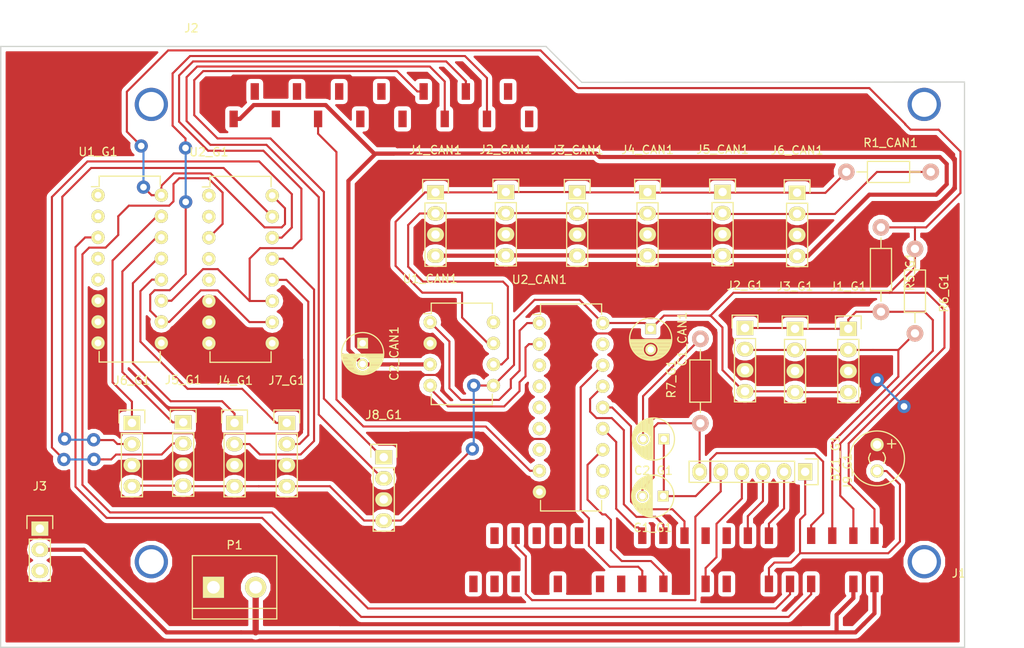
<source format=kicad_pcb>
(kicad_pcb (version 4) (host pcbnew 4.0.2-stable)
  (layers (0 F.Cu signal) (31 B.Cu jumper) (35 F.Paste user) (37 F.SilkS user) (39 F.Mask user) (44 Edge.Cuts user))
  (net 0 "")
  (net 1 /GPIOModule/PWM0)
  (net 2 GND)
  (net 3 3v3)
  (net 4 /GPIOModule/FM)
  (net 5 "Net-(C1_G1-Pad2)")
  (net 6 5v0)
  (net 7 "Net-(C2_G1-Pad2)")
  (net 8 /GPIOModule/SDA)
  (net 9 /GPIOModule/SCL)
  (net 10 /GPIOModule/GPIO24)
  (net 11 /CANBus/MOSI)
  (net 12 /CANBus/MISO)
  (net 13 /CANBus/INT)
  (net 14 /CANBus/SCLK)
  (net 15 /CANBus/CE)
  (net 16 /GPIOModule/PWM1)
  (net 17 /CANBus/CANH_OUT)
  (net 18 /CANBus/CANL_OUT)
  (net 19 /CANBus/CLK16)
  (net 20 /GPIOModule/UART_TX0_0)
  (net 21 /GPIOModule/UART_RX0_0)
  (net 22 /GPIOModule/UART_TX0_1)
  (net 23 /GPIOModule/UART_RX0_1)
  (net 24 /GPIOModule/UART_TX0_2)
  (net 25 /GPIOModule/UART_RX0_2)
  (net 26 /GPIOModule/UART_TX0_3)
  (net 27 /GPIOModule/UART_RX0_3)
  (net 28 /GPIOModule/UART_TX1)
  (net 29 /GPIOModule/UART_RX1)
  (net 30 /GPIOModule/GPIO17)
  (net 31 /GPIOModule/GPIO21)
  (net 32 "Net-(U1_CAN1-Pad1)")
  (net 33 "Net-(U1_CAN1-Pad4)")
  (net 34 /GPIOModule/UART_TX0)
  (net 35 /GPIOModule/UART_RX0)
  (net 36 /GPIOModule/GPIO38)
  (net 37 /GPIOModule/GPIO39)
  (module USSTPARTS:16PinSMDFemaleSocket (layer F.Cu) (at 168.58 95.4)
    (fp_text reference J2 (at -2.54 -7.62) (layer F.SilkS))
    (fp_text value HEADER_16)
    (pad 1 smd rect (at 0 0) (size 1 2) (layers F.Cu F.Paste F.Mask) (net 2 GND))
    (pad 2 smd rect (at 2.54 3.3) (size 1 2) (layers F.Cu F.Paste F.Mask) (net 6 5v0))
    (pad 3 smd rect (at 5.08 0) (size 1 2) (layers F.Cu F.Paste F.Mask))
    (pad 4 smd rect (at 7.62 3.3) (size 1 2) (layers F.Cu F.Paste F.Mask))
    (pad 5 smd rect (at 10.16 0) (size 1 2) (layers F.Cu F.Paste F.Mask))
    (pad 6 smd rect (at 12.7 3.3) (size 1 2) (layers F.Cu F.Paste F.Mask) (net 19 /CANBus/CLK16))
    (pad 7 smd rect (at 15.24 0) (size 1 2) (layers F.Cu F.Paste F.Mask))
    (pad 8 smd rect (at 17.78 3.3) (size 1 2) (layers F.Cu F.Paste F.Mask))
    (pad 9 smd rect (at 20.32 0) (size 1 2) (layers F.Cu F.Paste F.Mask))
    (pad 10 smd rect (at 22.86 3.3) (size 1 2) (layers F.Cu F.Paste F.Mask))
    (pad 11 smd rect (at 25.4 0) (size 1 2) (layers F.Cu F.Paste F.Mask) (net 28 /GPIOModule/UART_TX1))
    (pad 12 smd rect (at 27.94 3.3) (size 1 2) (layers F.Cu F.Paste F.Mask) (net 29 /GPIOModule/UART_RX1))
    (pad 13 smd rect (at 30.48 0) (size 1 2) (layers F.Cu F.Paste F.Mask) (net 36 /GPIOModule/GPIO38))
    (pad 14 smd rect (at 33.02 3.3) (size 1 2) (layers F.Cu F.Paste F.Mask) (net 37 /GPIOModule/GPIO39))
    (pad 15 smd rect (at 35.56 0) (size 1 2) (layers F.Cu F.Paste F.Mask))
    (pad 16 smd rect (at 38.1 3.3) (size 1 2) (layers F.Cu F.Paste F.Mask))
  )
  (module Housings_DIP:DIP-8_W7.62mm (layer F.Cu) (at 194.76 123.16)
    (fp_text reference U1_CAN1 (at 0 -5.22) (layer F.SilkS))
    (fp_text value MCP2562)
    (pad 1 thru_hole oval (at 0 0) (size 1.6 1.6) (drill 0.8) (layers *.Cu *.Mask F.SilkS) (net 32 "Net-(U1_CAN1-Pad1)"))
    (pad 2 thru_hole oval (at 0 2.54) (size 1.6 1.6) (drill 0.8) (layers *.Cu *.Mask F.SilkS) (net 2 GND))
    (pad 3 thru_hole oval (at 0 5.08) (size 1.6 1.6) (drill 0.8) (layers *.Cu *.Mask F.SilkS) (net 6 5v0))
    (pad 4 thru_hole oval (at 0 7.62) (size 1.6 1.6) (drill 0.8) (layers *.Cu *.Mask F.SilkS) (net 33 "Net-(U1_CAN1-Pad4)"))
    (pad 5 thru_hole oval (at 7.62 7.62) (size 1.6 1.6) (drill 0.8) (layers *.Cu *.Mask F.SilkS) (net 3 3v3))
    (pad 6 thru_hole oval (at 7.62 5.08) (size 1.6 1.6) (drill 0.8) (layers *.Cu *.Mask F.SilkS) (net 18 /CANBus/CANL_OUT))
    (pad 7 thru_hole oval (at 7.62 2.54) (size 1.6 1.6) (drill 0.8) (layers *.Cu *.Mask F.SilkS) (net 17 /CANBus/CANH_OUT))
    (pad 8 thru_hole oval (at 7.62 0) (size 1.6 1.6) (drill 0.8) (layers *.Cu *.Mask F.SilkS))
  )
  (module Buzzers_Beepers:MagneticBuzzer_Kingstate_KCG0601 (layer F.Cu) (at 248.54 141.07 90)
    (fp_text reference BZ1_G1 (at 1.524 -5.00126 90) (layer F.SilkS))
    (fp_text value buzzer)
    (pad 1 thru_hole circle (at 0 0 90) (size 1.6002 1.6002) (drill 1.00076) (layers *.Cu *.Mask F.SilkS) (net 1 /GPIOModule/PWM0))
    (pad 2 thru_hole circle (at 3.175 0 90) (size 1.6002 1.6002) (drill 1.00076) (layers *.Cu *.Mask F.SilkS) (net 2 GND))
  )
  (module Capacitors_ThroughHole:C_Radial_D5_L11_P2.5 (layer F.Cu) (at 221.3 123.95 270)
    (fp_text reference C1_CAN1 (at 1.25 -3.8 270) (layer F.SilkS))
    (fp_text value 0.1uF)
    (pad 1 thru_hole rect (at 0 0 270) (size 1.3 1.3) (drill 0.8) (layers *.Cu *.Mask F.SilkS) (net 3 3v3))
    (pad 2 thru_hole circle (at 2.5 0 270) (size 1.3 1.3) (drill 0.8) (layers *.Cu *.Mask F.SilkS) (net 2 GND))
  )
  (module Capacitors_ThroughHole:C_Radial_D5_L11_P2.5 (layer F.Cu) (at 222.81 144.09 180)
    (fp_text reference C1_G1 (at 1.25 -3.8 180) (layer F.SilkS))
    (fp_text value 2.2pF)
    (pad 1 thru_hole rect (at 0 0 180) (size 1.3 1.3) (drill 0.8) (layers *.Cu *.Mask F.SilkS) (net 4 /GPIOModule/FM))
    (pad 2 thru_hole circle (at 2.5 0 180) (size 1.3 1.3) (drill 0.8) (layers *.Cu *.Mask F.SilkS) (net 5 "Net-(C1_G1-Pad2)"))
  )
  (module Capacitors_ThroughHole:C_Radial_D5_L11_P2.5 (layer F.Cu) (at 186.64 125.69 270)
    (fp_text reference C2_CAN1 (at 1.25 -3.8 270) (layer F.SilkS))
    (fp_text value 0.1uF)
    (pad 1 thru_hole rect (at 0 0 270) (size 1.3 1.3) (drill 0.8) (layers *.Cu *.Mask F.SilkS) (net 2 GND))
    (pad 2 thru_hole circle (at 2.5 0 270) (size 1.3 1.3) (drill 0.8) (layers *.Cu *.Mask F.SilkS) (net 6 5v0))
  )
  (module Capacitors_ThroughHole:C_Radial_D5_L11_P2.5 (layer F.Cu) (at 222.88 137.22 180)
    (fp_text reference C2_G1 (at 1.25 -3.8 180) (layer F.SilkS))
    (fp_text value 10pF)
    (pad 1 thru_hole rect (at 0 0 180) (size 1.3 1.3) (drill 0.8) (layers *.Cu *.Mask F.SilkS) (net 4 /GPIOModule/FM))
    (pad 2 thru_hole circle (at 2.5 0 180) (size 1.3 1.3) (drill 0.8) (layers *.Cu *.Mask F.SilkS) (net 7 "Net-(C2_G1-Pad2)"))
  )
  (module Pin_Headers:Pin_Header_Straight_1x04 (layer F.Cu) (at 195.41 107.54)
    (fp_text reference J1_CAN1 (at 0 -5.1) (layer F.SilkS))
    (fp_text value HEADER_4)
    (pad 1 thru_hole rect (at 0 0) (size 2.032 1.7272) (drill 1.016) (layers *.Cu *.Mask F.SilkS) (net 17 /CANBus/CANH_OUT))
    (pad 2 thru_hole oval (at 0 2.54) (size 2.032 1.7272) (drill 1.016) (layers *.Cu *.Mask F.SilkS) (net 18 /CANBus/CANL_OUT))
    (pad 3 thru_hole oval (at 0 5.08) (size 2.032 1.7272) (drill 1.016) (layers *.Cu *.Mask F.SilkS) (net 2 GND))
    (pad 4 thru_hole oval (at 0 7.62) (size 2.032 1.7272) (drill 1.016) (layers *.Cu *.Mask F.SilkS) (net 6 5v0))
  )
  (module Pin_Headers:Pin_Header_Straight_1x04 (layer F.Cu) (at 245.08 123.96)
    (fp_text reference J1_G1 (at 0 -5.1) (layer F.SilkS))
    (fp_text value HEADER_4)
    (pad 1 thru_hole rect (at 0 0) (size 2.032 1.7272) (drill 1.016) (layers *.Cu *.Mask F.SilkS) (net 8 /GPIOModule/SDA))
    (pad 2 thru_hole oval (at 0 2.54) (size 2.032 1.7272) (drill 1.016) (layers *.Cu *.Mask F.SilkS) (net 9 /GPIOModule/SCL))
    (pad 3 thru_hole oval (at 0 5.08) (size 2.032 1.7272) (drill 1.016) (layers *.Cu *.Mask F.SilkS) (net 2 GND))
    (pad 4 thru_hole oval (at 0 7.62) (size 2.032 1.7272) (drill 1.016) (layers *.Cu *.Mask F.SilkS) (net 3 3v3))
  )
  (module Pin_Headers:Pin_Header_Straight_1x04 (layer F.Cu) (at 203.87 107.5)
    (fp_text reference J2_CAN1 (at 0 -5.1) (layer F.SilkS))
    (fp_text value HEADER_4)
    (pad 1 thru_hole rect (at 0 0) (size 2.032 1.7272) (drill 1.016) (layers *.Cu *.Mask F.SilkS) (net 17 /CANBus/CANH_OUT))
    (pad 2 thru_hole oval (at 0 2.54) (size 2.032 1.7272) (drill 1.016) (layers *.Cu *.Mask F.SilkS) (net 18 /CANBus/CANL_OUT))
    (pad 3 thru_hole oval (at 0 5.08) (size 2.032 1.7272) (drill 1.016) (layers *.Cu *.Mask F.SilkS) (net 2 GND))
    (pad 4 thru_hole oval (at 0 7.62) (size 2.032 1.7272) (drill 1.016) (layers *.Cu *.Mask F.SilkS) (net 6 5v0))
  )
  (module Pin_Headers:Pin_Header_Straight_1x04 (layer F.Cu) (at 232.65 123.86)
    (fp_text reference J2_G1 (at 0 -5.1) (layer F.SilkS))
    (fp_text value HEADER_4)
    (pad 1 thru_hole rect (at 0 0) (size 2.032 1.7272) (drill 1.016) (layers *.Cu *.Mask F.SilkS) (net 8 /GPIOModule/SDA))
    (pad 2 thru_hole oval (at 0 2.54) (size 2.032 1.7272) (drill 1.016) (layers *.Cu *.Mask F.SilkS) (net 9 /GPIOModule/SCL))
    (pad 3 thru_hole oval (at 0 5.08) (size 2.032 1.7272) (drill 1.016) (layers *.Cu *.Mask F.SilkS) (net 2 GND))
    (pad 4 thru_hole oval (at 0 7.62) (size 2.032 1.7272) (drill 1.016) (layers *.Cu *.Mask F.SilkS) (net 3 3v3))
  )
  (module Pin_Headers:Pin_Header_Straight_1x04 (layer F.Cu) (at 212.46 107.54)
    (fp_text reference J3_CAN1 (at 0 -5.1) (layer F.SilkS))
    (fp_text value HEADER_4)
    (pad 1 thru_hole rect (at 0 0) (size 2.032 1.7272) (drill 1.016) (layers *.Cu *.Mask F.SilkS) (net 17 /CANBus/CANH_OUT))
    (pad 2 thru_hole oval (at 0 2.54) (size 2.032 1.7272) (drill 1.016) (layers *.Cu *.Mask F.SilkS) (net 18 /CANBus/CANL_OUT))
    (pad 3 thru_hole oval (at 0 5.08) (size 2.032 1.7272) (drill 1.016) (layers *.Cu *.Mask F.SilkS) (net 2 GND))
    (pad 4 thru_hole oval (at 0 7.62) (size 2.032 1.7272) (drill 1.016) (layers *.Cu *.Mask F.SilkS) (net 6 5v0))
  )
  (module Pin_Headers:Pin_Header_Straight_1x04 (layer F.Cu) (at 238.67 123.96)
    (fp_text reference J3_G1 (at 0 -5.1) (layer F.SilkS))
    (fp_text value HEADER_4)
    (pad 1 thru_hole rect (at 0 0) (size 2.032 1.7272) (drill 1.016) (layers *.Cu *.Mask F.SilkS) (net 8 /GPIOModule/SDA))
    (pad 2 thru_hole oval (at 0 2.54) (size 2.032 1.7272) (drill 1.016) (layers *.Cu *.Mask F.SilkS) (net 9 /GPIOModule/SCL))
    (pad 3 thru_hole oval (at 0 5.08) (size 2.032 1.7272) (drill 1.016) (layers *.Cu *.Mask F.SilkS) (net 2 GND))
    (pad 4 thru_hole oval (at 0 7.62) (size 2.032 1.7272) (drill 1.016) (layers *.Cu *.Mask F.SilkS) (net 3 3v3))
  )
  (module Pin_Headers:Pin_Header_Straight_1x04 (layer F.Cu) (at 220.92 107.52)
    (fp_text reference J4_CAN1 (at 0 -5.1) (layer F.SilkS))
    (fp_text value HEADER_4)
    (pad 1 thru_hole rect (at 0 0) (size 2.032 1.7272) (drill 1.016) (layers *.Cu *.Mask F.SilkS) (net 17 /CANBus/CANH_OUT))
    (pad 2 thru_hole oval (at 0 2.54) (size 2.032 1.7272) (drill 1.016) (layers *.Cu *.Mask F.SilkS) (net 18 /CANBus/CANL_OUT))
    (pad 3 thru_hole oval (at 0 5.08) (size 2.032 1.7272) (drill 1.016) (layers *.Cu *.Mask F.SilkS) (net 2 GND))
    (pad 4 thru_hole oval (at 0 7.62) (size 2.032 1.7272) (drill 1.016) (layers *.Cu *.Mask F.SilkS) (net 6 5v0))
  )
  (module Pin_Headers:Pin_Header_Straight_1x04 (layer F.Cu) (at 171.23 135.28)
    (fp_text reference J4_G1 (at 0 -5.1) (layer F.SilkS))
    (fp_text value HEADER_4)
    (pad 1 thru_hole rect (at 0 0) (size 2.032 1.7272) (drill 1.016) (layers *.Cu *.Mask F.SilkS) (net 20 /GPIOModule/UART_TX0_0))
    (pad 2 thru_hole oval (at 0 2.54) (size 2.032 1.7272) (drill 1.016) (layers *.Cu *.Mask F.SilkS) (net 21 /GPIOModule/UART_RX0_0))
    (pad 3 thru_hole oval (at 0 5.08) (size 2.032 1.7272) (drill 1.016) (layers *.Cu *.Mask F.SilkS) (net 2 GND))
    (pad 4 thru_hole oval (at 0 7.62) (size 2.032 1.7272) (drill 1.016) (layers *.Cu *.Mask F.SilkS) (net 3 3v3))
  )
  (module Pin_Headers:Pin_Header_Straight_1x04 (layer F.Cu) (at 229.95 107.49)
    (fp_text reference J5_CAN1 (at 0 -5.1) (layer F.SilkS))
    (fp_text value HEADER_4)
    (pad 1 thru_hole rect (at 0 0) (size 2.032 1.7272) (drill 1.016) (layers *.Cu *.Mask F.SilkS) (net 17 /CANBus/CANH_OUT))
    (pad 2 thru_hole oval (at 0 2.54) (size 2.032 1.7272) (drill 1.016) (layers *.Cu *.Mask F.SilkS) (net 18 /CANBus/CANL_OUT))
    (pad 3 thru_hole oval (at 0 5.08) (size 2.032 1.7272) (drill 1.016) (layers *.Cu *.Mask F.SilkS) (net 2 GND))
    (pad 4 thru_hole oval (at 0 7.62) (size 2.032 1.7272) (drill 1.016) (layers *.Cu *.Mask F.SilkS) (net 6 5v0))
  )
  (module Pin_Headers:Pin_Header_Straight_1x04 (layer F.Cu) (at 165.05 135.21)
    (fp_text reference J5_G1 (at 0 -5.1) (layer F.SilkS))
    (fp_text value HEADER_4)
    (pad 1 thru_hole rect (at 0 0) (size 2.032 1.7272) (drill 1.016) (layers *.Cu *.Mask F.SilkS) (net 22 /GPIOModule/UART_TX0_1))
    (pad 2 thru_hole oval (at 0 2.54) (size 2.032 1.7272) (drill 1.016) (layers *.Cu *.Mask F.SilkS) (net 23 /GPIOModule/UART_RX0_1))
    (pad 3 thru_hole oval (at 0 5.08) (size 2.032 1.7272) (drill 1.016) (layers *.Cu *.Mask F.SilkS) (net 2 GND))
    (pad 4 thru_hole oval (at 0 7.62) (size 2.032 1.7272) (drill 1.016) (layers *.Cu *.Mask F.SilkS) (net 3 3v3))
  )
  (module Pin_Headers:Pin_Header_Straight_1x04 (layer F.Cu) (at 238.92 107.58)
    (fp_text reference J6_CAN1 (at 0 -5.1) (layer F.SilkS))
    (fp_text value HEADER_4)
    (pad 1 thru_hole rect (at 0 0) (size 2.032 1.7272) (drill 1.016) (layers *.Cu *.Mask F.SilkS) (net 17 /CANBus/CANH_OUT))
    (pad 2 thru_hole oval (at 0 2.54) (size 2.032 1.7272) (drill 1.016) (layers *.Cu *.Mask F.SilkS) (net 18 /CANBus/CANL_OUT))
    (pad 3 thru_hole oval (at 0 5.08) (size 2.032 1.7272) (drill 1.016) (layers *.Cu *.Mask F.SilkS) (net 2 GND))
    (pad 4 thru_hole oval (at 0 7.62) (size 2.032 1.7272) (drill 1.016) (layers *.Cu *.Mask F.SilkS) (net 6 5v0))
  )
  (module Pin_Headers:Pin_Header_Straight_1x04 (layer F.Cu) (at 158.88 135.28)
    (fp_text reference J6_G1 (at 0 -5.1) (layer F.SilkS))
    (fp_text value HEADER_4)
    (pad 1 thru_hole rect (at 0 0) (size 2.032 1.7272) (drill 1.016) (layers *.Cu *.Mask F.SilkS) (net 24 /GPIOModule/UART_TX0_2))
    (pad 2 thru_hole oval (at 0 2.54) (size 2.032 1.7272) (drill 1.016) (layers *.Cu *.Mask F.SilkS) (net 25 /GPIOModule/UART_RX0_2))
    (pad 3 thru_hole oval (at 0 5.08) (size 2.032 1.7272) (drill 1.016) (layers *.Cu *.Mask F.SilkS) (net 2 GND))
    (pad 4 thru_hole oval (at 0 7.62) (size 2.032 1.7272) (drill 1.016) (layers *.Cu *.Mask F.SilkS) (net 3 3v3))
  )
  (module Pin_Headers:Pin_Header_Straight_1x04 (layer F.Cu) (at 177.51 135.28)
    (fp_text reference J7_G1 (at 0 -5.1) (layer F.SilkS))
    (fp_text value HEADER_4)
    (pad 1 thru_hole rect (at 0 0) (size 2.032 1.7272) (drill 1.016) (layers *.Cu *.Mask F.SilkS) (net 26 /GPIOModule/UART_TX0_3))
    (pad 2 thru_hole oval (at 0 2.54) (size 2.032 1.7272) (drill 1.016) (layers *.Cu *.Mask F.SilkS) (net 27 /GPIOModule/UART_RX0_3))
    (pad 3 thru_hole oval (at 0 5.08) (size 2.032 1.7272) (drill 1.016) (layers *.Cu *.Mask F.SilkS) (net 2 GND))
    (pad 4 thru_hole oval (at 0 7.62) (size 2.032 1.7272) (drill 1.016) (layers *.Cu *.Mask F.SilkS) (net 3 3v3))
  )
  (module Pin_Headers:Pin_Header_Straight_1x04 (layer F.Cu) (at 189.18 139.41)
    (fp_text reference J8_G1 (at 0 -5.1) (layer F.SilkS))
    (fp_text value HEADER_4)
    (pad 1 thru_hole rect (at 0 0) (size 2.032 1.7272) (drill 1.016) (layers *.Cu *.Mask F.SilkS) (net 28 /GPIOModule/UART_TX1))
    (pad 2 thru_hole oval (at 0 2.54) (size 2.032 1.7272) (drill 1.016) (layers *.Cu *.Mask F.SilkS) (net 29 /GPIOModule/UART_RX1))
    (pad 3 thru_hole oval (at 0 5.08) (size 2.032 1.7272) (drill 1.016) (layers *.Cu *.Mask F.SilkS) (net 2 GND))
    (pad 4 thru_hole oval (at 0 7.62) (size 2.032 1.7272) (drill 1.016) (layers *.Cu *.Mask F.SilkS) (net 3 3v3))
  )
  (module Pin_Headers:Pin_Header_Straight_1x06 (layer F.Cu) (at 239.89 141.16 270)
    (fp_text reference J9_G1 (at 0 -5.1 270) (layer F.SilkS))
    (fp_text value HEADER_6)
    (pad 1 thru_hole rect (at 0 0 270) (size 2.032 1.7272) (drill 1.016) (layers *.Cu *.Mask F.SilkS) (net 1 /GPIOModule/PWM0))
    (pad 2 thru_hole oval (at 0 2.54 270) (size 2.032 1.7272) (drill 1.016) (layers *.Cu *.Mask F.SilkS) (net 30 /GPIOModule/GPIO17))
    (pad 3 thru_hole oval (at 0 5.08 270) (size 2.032 1.7272) (drill 1.016) (layers *.Cu *.Mask F.SilkS) (net 31 /GPIOModule/GPIO21))
    (pad 4 thru_hole oval (at 0 7.62 270) (size 2.032 1.7272) (drill 1.016) (layers *.Cu *.Mask F.SilkS) (net 10 /GPIOModule/GPIO24))
    (pad 5 thru_hole oval (at 0 10.16 270) (size 2.032 1.7272) (drill 1.016) (layers *.Cu *.Mask F.SilkS) (net 16 /GPIOModule/PWM1))
    (pad 6 thru_hole oval (at 0 12.7 270) (size 2.032 1.7272) (drill 1.016) (layers *.Cu *.Mask F.SilkS) (net 5 "Net-(C1_G1-Pad2)"))
  )
  (module Resistors_ThroughHole:Resistor_Horizontal_RM10mm (layer F.Cu) (at 244.84 105.08)
    (fp_text reference R1_CAN1 (at 5.32892 -3.50012) (layer F.SilkS))
    (fp_text value 100)
    (pad 1 thru_hole circle (at 0 0) (size 1.99898 1.99898) (drill 1.00076) (layers *.Cu *.SilkS *.Mask) (net 17 /CANBus/CANH_OUT))
    (pad 2 thru_hole circle (at 10.16 0) (size 1.99898 1.99898) (drill 1.00076) (layers *.Cu *.SilkS *.Mask) (net 18 /CANBus/CANL_OUT))
  )
  (module Resistors_ThroughHole:Resistor_Horizontal_RM10mm (layer F.Cu) (at 249.01 111.75 270)
    (fp_text reference R5_G1 (at 5.32892 -3.50012 270) (layer F.SilkS))
    (fp_text value 1k8)
    (pad 1 thru_hole circle (at 0 0 270) (size 1.99898 1.99898) (drill 1.00076) (layers *.Cu *.SilkS *.Mask) (net 3 3v3))
    (pad 2 thru_hole circle (at 10.16 0 270) (size 1.99898 1.99898) (drill 1.00076) (layers *.Cu *.SilkS *.Mask) (net 8 /GPIOModule/SDA))
  )
  (module Resistors_ThroughHole:Resistor_Horizontal_RM10mm (layer F.Cu) (at 253.1 114.34 270)
    (fp_text reference R6_G1 (at 5.32892 -3.50012 270) (layer F.SilkS))
    (fp_text value 1k8)
    (pad 1 thru_hole circle (at 0 0 270) (size 1.99898 1.99898) (drill 1.00076) (layers *.Cu *.SilkS *.Mask) (net 3 3v3))
    (pad 2 thru_hole circle (at 10.16 0 270) (size 1.99898 1.99898) (drill 1.00076) (layers *.Cu *.SilkS *.Mask) (net 9 /GPIOModule/SCL))
  )
  (module Resistors_ThroughHole:Resistor_Horizontal_RM10mm (layer F.Cu) (at 227.28 135.32 90)
    (fp_text reference R7_G1 (at 5.32892 -3.50012 90) (layer F.SilkS))
    (fp_text value 1k)
    (pad 1 thru_hole circle (at 0 0 90) (size 1.99898 1.99898) (drill 1.00076) (layers *.Cu *.SilkS *.Mask) (net 5 "Net-(C1_G1-Pad2)"))
    (pad 2 thru_hole circle (at 10.16 0 90) (size 1.99898 1.99898) (drill 1.00076) (layers *.Cu *.SilkS *.Mask) (net 7 "Net-(C2_G1-Pad2)"))
  )
  (module Housings_DIP:DIP-16_W7.62mm (layer F.Cu) (at 154.8 107.88)
    (fp_text reference U1_G1 (at 0 -5.22) (layer F.SilkS))
    (fp_text value 74HC4051)
    (pad 1 thru_hole oval (at 0 0) (size 1.6 1.6) (drill 0.8) (layers *.Cu *.Mask F.SilkS))
    (pad 2 thru_hole oval (at 0 2.54) (size 1.6 1.6) (drill 0.8) (layers *.Cu *.Mask F.SilkS))
    (pad 3 thru_hole oval (at 0 5.08) (size 1.6 1.6) (drill 0.8) (layers *.Cu *.Mask F.SilkS) (net 34 /GPIOModule/UART_TX0))
    (pad 4 thru_hole oval (at 0 7.62) (size 1.6 1.6) (drill 0.8) (layers *.Cu *.Mask F.SilkS))
    (pad 5 thru_hole oval (at 0 10.16) (size 1.6 1.6) (drill 0.8) (layers *.Cu *.Mask F.SilkS))
    (pad 6 thru_hole oval (at 0 12.7) (size 1.6 1.6) (drill 0.8) (layers *.Cu *.Mask F.SilkS) (net 2 GND))
    (pad 7 thru_hole oval (at 0 15.24) (size 1.6 1.6) (drill 0.8) (layers *.Cu *.Mask F.SilkS) (net 2 GND))
    (pad 8 thru_hole oval (at 0 17.78) (size 1.6 1.6) (drill 0.8) (layers *.Cu *.Mask F.SilkS) (net 2 GND))
    (pad 9 thru_hole oval (at 7.62 17.78) (size 1.6 1.6) (drill 0.8) (layers *.Cu *.Mask F.SilkS) (net 2 GND))
    (pad 10 thru_hole oval (at 7.62 15.24) (size 1.6 1.6) (drill 0.8) (layers *.Cu *.Mask F.SilkS) (net 37 /GPIOModule/GPIO39))
    (pad 11 thru_hole oval (at 7.62 12.7) (size 1.6 1.6) (drill 0.8) (layers *.Cu *.Mask F.SilkS) (net 36 /GPIOModule/GPIO38))
    (pad 12 thru_hole oval (at 7.62 10.16) (size 1.6 1.6) (drill 0.8) (layers *.Cu *.Mask F.SilkS) (net 26 /GPIOModule/UART_TX0_3))
    (pad 13 thru_hole oval (at 7.62 7.62) (size 1.6 1.6) (drill 0.8) (layers *.Cu *.Mask F.SilkS) (net 20 /GPIOModule/UART_TX0_0))
    (pad 14 thru_hole oval (at 7.62 5.08) (size 1.6 1.6) (drill 0.8) (layers *.Cu *.Mask F.SilkS) (net 22 /GPIOModule/UART_TX0_1))
    (pad 15 thru_hole oval (at 7.62 2.54) (size 1.6 1.6) (drill 0.8) (layers *.Cu *.Mask F.SilkS) (net 24 /GPIOModule/UART_TX0_2))
    (pad 16 thru_hole oval (at 7.62 0) (size 1.6 1.6) (drill 0.8) (layers *.Cu *.Mask F.SilkS) (net 3 3v3))
  )
  (module Housings_DIP:DIP-18_W7.62mm (layer F.Cu) (at 207.91 123.26)
    (fp_text reference U2_CAN1 (at 0 -5.22) (layer F.SilkS))
    (fp_text value MCP2515)
    (pad 1 thru_hole oval (at 0 0) (size 1.6 1.6) (drill 0.8) (layers *.Cu *.Mask F.SilkS) (net 32 "Net-(U1_CAN1-Pad1)"))
    (pad 2 thru_hole oval (at 0 2.54) (size 1.6 1.6) (drill 0.8) (layers *.Cu *.Mask F.SilkS) (net 33 "Net-(U1_CAN1-Pad4)"))
    (pad 3 thru_hole oval (at 0 5.08) (size 1.6 1.6) (drill 0.8) (layers *.Cu *.Mask F.SilkS))
    (pad 4 thru_hole oval (at 0 7.62) (size 1.6 1.6) (drill 0.8) (layers *.Cu *.Mask F.SilkS))
    (pad 5 thru_hole oval (at 0 10.16) (size 1.6 1.6) (drill 0.8) (layers *.Cu *.Mask F.SilkS))
    (pad 6 thru_hole oval (at 0 12.7) (size 1.6 1.6) (drill 0.8) (layers *.Cu *.Mask F.SilkS))
    (pad 7 thru_hole oval (at 0 15.24) (size 1.6 1.6) (drill 0.8) (layers *.Cu *.Mask F.SilkS))
    (pad 8 thru_hole oval (at 0 17.78) (size 1.6 1.6) (drill 0.8) (layers *.Cu *.Mask F.SilkS) (net 19 /CANBus/CLK16))
    (pad 9 thru_hole oval (at 0 20.32) (size 1.6 1.6) (drill 0.8) (layers *.Cu *.Mask F.SilkS) (net 2 GND))
    (pad 10 thru_hole oval (at 7.62 20.32) (size 1.6 1.6) (drill 0.8) (layers *.Cu *.Mask F.SilkS))
    (pad 11 thru_hole oval (at 7.62 17.78) (size 1.6 1.6) (drill 0.8) (layers *.Cu *.Mask F.SilkS))
    (pad 12 thru_hole oval (at 7.62 15.24) (size 1.6 1.6) (drill 0.8) (layers *.Cu *.Mask F.SilkS) (net 13 /CANBus/INT))
    (pad 13 thru_hole oval (at 7.62 12.7) (size 1.6 1.6) (drill 0.8) (layers *.Cu *.Mask F.SilkS) (net 14 /CANBus/SCLK))
    (pad 14 thru_hole oval (at 7.62 10.16) (size 1.6 1.6) (drill 0.8) (layers *.Cu *.Mask F.SilkS) (net 11 /CANBus/MOSI))
    (pad 15 thru_hole oval (at 7.62 7.62) (size 1.6 1.6) (drill 0.8) (layers *.Cu *.Mask F.SilkS) (net 12 /CANBus/MISO))
    (pad 16 thru_hole oval (at 7.62 5.08) (size 1.6 1.6) (drill 0.8) (layers *.Cu *.Mask F.SilkS) (net 15 /CANBus/CE))
    (pad 17 thru_hole oval (at 7.62 2.54) (size 1.6 1.6) (drill 0.8) (layers *.Cu *.Mask F.SilkS))
    (pad 18 thru_hole oval (at 7.62 0) (size 1.6 1.6) (drill 0.8) (layers *.Cu *.Mask F.SilkS) (net 3 3v3))
  )
  (module Housings_DIP:DIP-16_W7.62mm (layer F.Cu) (at 168.14 107.91)
    (fp_text reference U2_G1 (at 0 -5.22) (layer F.SilkS))
    (fp_text value 74HC4051)
    (pad 1 thru_hole oval (at 0 0) (size 1.6 1.6) (drill 0.8) (layers *.Cu *.Mask F.SilkS))
    (pad 2 thru_hole oval (at 0 2.54) (size 1.6 1.6) (drill 0.8) (layers *.Cu *.Mask F.SilkS))
    (pad 3 thru_hole oval (at 0 5.08) (size 1.6 1.6) (drill 0.8) (layers *.Cu *.Mask F.SilkS) (net 35 /GPIOModule/UART_RX0))
    (pad 4 thru_hole oval (at 0 7.62) (size 1.6 1.6) (drill 0.8) (layers *.Cu *.Mask F.SilkS))
    (pad 5 thru_hole oval (at 0 10.16) (size 1.6 1.6) (drill 0.8) (layers *.Cu *.Mask F.SilkS))
    (pad 6 thru_hole oval (at 0 12.7) (size 1.6 1.6) (drill 0.8) (layers *.Cu *.Mask F.SilkS) (net 2 GND))
    (pad 7 thru_hole oval (at 0 15.24) (size 1.6 1.6) (drill 0.8) (layers *.Cu *.Mask F.SilkS) (net 2 GND))
    (pad 8 thru_hole oval (at 0 17.78) (size 1.6 1.6) (drill 0.8) (layers *.Cu *.Mask F.SilkS) (net 2 GND))
    (pad 9 thru_hole oval (at 7.62 17.78) (size 1.6 1.6) (drill 0.8) (layers *.Cu *.Mask F.SilkS) (net 2 GND))
    (pad 10 thru_hole oval (at 7.62 15.24) (size 1.6 1.6) (drill 0.8) (layers *.Cu *.Mask F.SilkS) (net 37 /GPIOModule/GPIO39))
    (pad 11 thru_hole oval (at 7.62 12.7) (size 1.6 1.6) (drill 0.8) (layers *.Cu *.Mask F.SilkS) (net 36 /GPIOModule/GPIO38))
    (pad 12 thru_hole oval (at 7.62 10.16) (size 1.6 1.6) (drill 0.8) (layers *.Cu *.Mask F.SilkS) (net 27 /GPIOModule/UART_RX0_3))
    (pad 13 thru_hole oval (at 7.62 7.62) (size 1.6 1.6) (drill 0.8) (layers *.Cu *.Mask F.SilkS) (net 21 /GPIOModule/UART_RX0_0))
    (pad 14 thru_hole oval (at 7.62 5.08) (size 1.6 1.6) (drill 0.8) (layers *.Cu *.Mask F.SilkS) (net 23 /GPIOModule/UART_RX0_1))
    (pad 15 thru_hole oval (at 7.62 2.54) (size 1.6 1.6) (drill 0.8) (layers *.Cu *.Mask F.SilkS) (net 25 /GPIOModule/UART_RX0_2))
    (pad 16 thru_hole oval (at 7.62 0) (size 1.6 1.6) (drill 0.8) (layers *.Cu *.Mask F.SilkS) (net 3 3v3))
  )
  (module Pin_Headers:Pin_Header_Straight_1x03 (layer F.Cu) (at 147.8 148)
    (fp_text reference J3 (at 0 -5.1) (layer F.SilkS))
    (fp_text value HEADER_3)
    (pad 1 thru_hole rect (at 0 0) (size 2.032 1.7272) (drill 1.016) (layers *.Cu *.Mask F.SilkS) (net 2 GND))
    (pad 2 thru_hole oval (at 0 2.54) (size 2.032 1.7272) (drill 1.016) (layers *.Cu *.Mask F.SilkS) (net 6 5v0))
    (pad 3 thru_hole oval (at 0 5.08) (size 2.032 1.7272) (drill 1.016) (layers *.Cu *.Mask F.SilkS))
  )
  (module USSTPARTS:40PinSMDFemaleSocket (layer F.Cu) (at 248.23 154.65 180)
    (fp_text reference J1 (at -10.16 1.27 180) (layer F.SilkS))
    (fp_text value RasPI_IO_Header_B+)
    (pad 1 smd rect (at 0 5.8 180) (size 1 2) (layers F.Cu F.Paste F.Mask) (net 3 3v3))
    (pad 2 smd rect (at 0 0 180) (size 1 2) (layers F.Cu F.Paste F.Mask) (net 6 5v0))
    (pad 3 smd rect (at 2.54 5.8 180) (size 1 2) (layers F.Cu F.Paste F.Mask) (net 8 /GPIOModule/SDA))
    (pad 4 smd rect (at 2.54 0 180) (size 1 2) (layers F.Cu F.Paste F.Mask) (net 6 5v0))
    (pad 5 smd rect (at 5.08 5.8 180) (size 1 2) (layers F.Cu F.Paste F.Mask) (net 9 /GPIOModule/SCL))
    (pad 6 smd rect (at 5.08 0 180) (size 1 2) (layers F.Cu F.Paste F.Mask) (net 2 GND))
    (pad 7 smd rect (at 7.62 5.8 180) (size 1 2) (layers F.Cu F.Paste F.Mask) (net 4 /GPIOModule/FM))
    (pad 8 smd rect (at 7.62 0 180) (size 1 2) (layers F.Cu F.Paste F.Mask) (net 34 /GPIOModule/UART_TX0))
    (pad 9 smd rect (at 10.16 5.8 180) (size 1 2) (layers F.Cu F.Paste F.Mask) (net 2 GND))
    (pad 10 smd rect (at 10.16 0 180) (size 1 2) (layers F.Cu F.Paste F.Mask) (net 35 /GPIOModule/UART_RX0))
    (pad 11 smd rect (at 12.7 5.8 180) (size 1 2) (layers F.Cu F.Paste F.Mask) (net 30 /GPIOModule/GPIO17))
    (pad 12 smd rect (at 12.7 0 180) (size 1 2) (layers F.Cu F.Paste F.Mask) (net 1 /GPIOModule/PWM0))
    (pad 13 smd rect (at 15.24 5.8 180) (size 1 2) (layers F.Cu F.Paste F.Mask) (net 31 /GPIOModule/GPIO21))
    (pad 14 smd rect (at 15.24 0 180) (size 1 2) (layers F.Cu F.Paste F.Mask) (net 2 GND))
    (pad 15 smd rect (at 17.78 5.8 180) (size 1 2) (layers F.Cu F.Paste F.Mask))
    (pad 16 smd rect (at 17.78 0 180) (size 1 2) (layers F.Cu F.Paste F.Mask))
    (pad 17 smd rect (at 20.32 5.8 180) (size 1 2) (layers F.Cu F.Paste F.Mask) (net 3 3v3))
    (pad 18 smd rect (at 20.32 0 180) (size 1 2) (layers F.Cu F.Paste F.Mask) (net 10 /GPIOModule/GPIO24))
    (pad 19 smd rect (at 22.86 5.8 180) (size 1 2) (layers F.Cu F.Paste F.Mask) (net 11 /CANBus/MOSI))
    (pad 20 smd rect (at 22.86 0 180) (size 1 2) (layers F.Cu F.Paste F.Mask) (net 2 GND))
    (pad 21 smd rect (at 25.4 5.8 180) (size 1 2) (layers F.Cu F.Paste F.Mask) (net 12 /CANBus/MISO))
    (pad 22 smd rect (at 25.4 0 180) (size 1 2) (layers F.Cu F.Paste F.Mask) (net 13 /CANBus/INT))
    (pad 23 smd rect (at 27.94 5.8 180) (size 1 2) (layers F.Cu F.Paste F.Mask) (net 14 /CANBus/SCLK))
    (pad 24 smd rect (at 27.94 0 180) (size 1 2) (layers F.Cu F.Paste F.Mask) (net 15 /CANBus/CE))
    (pad 25 smd rect (at 30.48 5.8 180) (size 1 2) (layers F.Cu F.Paste F.Mask) (net 2 GND))
    (pad 26 smd rect (at 30.48 0 180) (size 1 2) (layers F.Cu F.Paste F.Mask))
    (pad 27 smd rect (at 33.02 5.8 180) (size 1 2) (layers F.Cu F.Paste F.Mask))
    (pad 28 smd rect (at 33.02 0 180) (size 1 2) (layers F.Cu F.Paste F.Mask))
    (pad 29 smd rect (at 35.56 5.8 180) (size 1 2) (layers F.Cu F.Paste F.Mask))
    (pad 30 smd rect (at 35.56 0 180) (size 1 2) (layers F.Cu F.Paste F.Mask) (net 2 GND))
    (pad 31 smd rect (at 38.1 5.8 180) (size 1 2) (layers F.Cu F.Paste F.Mask))
    (pad 32 smd rect (at 38.1 0 180) (size 1 2) (layers F.Cu F.Paste F.Mask))
    (pad 33 smd rect (at 40.64 5.8 180) (size 1 2) (layers F.Cu F.Paste F.Mask))
    (pad 34 smd rect (at 40.64 0 180) (size 1 2) (layers F.Cu F.Paste F.Mask) (net 2 GND))
    (pad 35 smd rect (at 43.18 5.8 180) (size 1 2) (layers F.Cu F.Paste F.Mask) (net 16 /GPIOModule/PWM1))
    (pad 36 smd rect (at 43.18 0 180) (size 1 2) (layers F.Cu F.Paste F.Mask))
    (pad 37 smd rect (at 45.72 5.8 180) (size 1 2) (layers F.Cu F.Paste F.Mask))
    (pad 38 smd rect (at 45.72 0 180) (size 1 2) (layers F.Cu F.Paste F.Mask))
    (pad 39 smd rect (at 48.26 5.8 180) (size 1 2) (layers F.Cu F.Paste F.Mask) (net 2 GND))
    (pad 40 smd rect (at 48.26 0 180) (size 1 2) (layers F.Cu F.Paste F.Mask))
  )
  (module Connect:bornier2 (layer F.Cu) (at 171.23 155.06)
    (fp_text reference P1 (at 0 -5.08) (layer F.SilkS))
    (fp_text value CONN_01X02)
    (pad 1 thru_hole rect (at -2.54 0) (size 2.54 2.54) (drill 1.524) (layers *.Cu *.Mask F.SilkS) (net 2 GND))
    (pad 2 thru_hole circle (at 2.54 0) (size 2.54 2.54) (drill 1.524) (layers *.Cu *.Mask F.SilkS) (net 6 5v0))
  )
  (gr_line (start 213 94.3) (end 208.71 89.98) (layer Edge.Cuts) (width 0.15))
  (gr_line (start 213 94.3) (end 259.06 94.26) (layer Edge.Cuts) (width 0.15))
  (gr_line (start 259.07 162.28) (end 143.08 162.28) (layer Edge.Cuts) (width 0.15))
  (gr_line (start 259.06 94.26) (end 259.07 162.28) (layer Edge.Cuts) (width 0.15))
  (gr_line (start 143.1 89.98) (end 208.71 89.98) (layer Edge.Cuts) (width 0.15))
  (gr_line (start 143.08 162.28) (end 143.1 89.98) (layer Edge.Cuts) (width 0.15))
  (via (at 254.215 96.955) (size 4) (drill 3) (layers F.Cu B.Cu) (net 0))
  (via (at 161.215 96.955) (size 4) (drill 3) (layers F.Cu B.Cu) (net 0))
  (via (at 161.215 151.98) (size 4) (drill 3) (layers F.Cu B.Cu) (net 0))
  (via (at 254.225 151.98) (size 4) (drill 3) (layers F.Cu B.Cu) (net 0))
  (segment (start 249.671512 141.07) (end 250.101512 141.5) (width 0.25) (layer F.Cu) (net 1))
  (segment (start 251.294092 149.555908) (end 251.294092 142.69258) (width 0.25) (layer F.Cu) (net 1))
  (segment (start 251.294092 142.69258) (end 250.101512 141.5) (width 0.25) (layer F.Cu) (net 1))
  (segment (start 251.294092 149.555908) (end 249.89 150.96) (width 0.25) (layer F.Cu) (net 1))
  (segment (start 249.89 150.96) (end 239.27 150.96) (width 0.25) (layer F.Cu) (net 1))
  (segment (start 239.89 141.16) (end 239.89 146.29) (width 0.25) (layer F.Cu) (net 1))
  (segment (start 239.89 146.29) (end 239.27 146.91) (width 0.25) (layer F.Cu) (net 1))
  (segment (start 239.27 146.91) (end 239.27 150.96) (width 0.25) (layer F.Cu) (net 1))
  (segment (start 239.27 150.96) (end 238.15 152.08) (width 0.25) (layer F.Cu) (net 1))
  (segment (start 238.15 152.08) (end 236.19 152.08) (width 0.25) (layer F.Cu) (net 1))
  (segment (start 236.19 152.08) (end 235.53 152.74) (width 0.25) (layer F.Cu) (net 1))
  (segment (start 235.53 152.74) (end 235.53 154.65) (width 0.25) (layer F.Cu) (net 1))
  (segment (start 248.54 141.07) (end 249.671512 141.07) (width 0.25) (layer F.Cu) (net 1))
  (segment (start 147.8 148) (end 168.61 148) (width 0.25) (layer F.Cu) (net 2))
  (segment (start 168.61 148) (end 172.291842 148) (width 0.25) (layer F.Cu) (net 2))
  (segment (start 168.69 155.06) (end 168.69 148.08) (width 0.25) (layer F.Cu) (net 2))
  (segment (start 168.69 148.08) (end 168.61 148) (width 0.25) (layer F.Cu) (net 2))
  (segment (start 172.291842 148) (end 183.899207 159.607365) (width 0.25) (layer F.Cu) (net 2))
  (segment (start 183.899207 159.607365) (end 239.442635 159.607365) (width 0.25) (layer F.Cu) (net 2))
  (segment (start 239.442635 159.607365) (end 243.15 155.9) (width 0.25) (layer F.Cu) (net 2))
  (segment (start 243.15 155.9) (end 243.15 154.65) (width 0.25) (layer F.Cu) (net 2))
  (segment (start 248.38 109.58) (end 242.32 115.64) (width 0.5) (layer F.Cu) (net 2))
  (segment (start 185.07 93.62) (end 186.88 95.43) (width 0.5) (layer F.Cu) (net 2))
  (segment (start 240.77 117.84) (end 208.35 117.84) (width 0.5) (layer F.Cu) (net 2))
  (segment (start 168.58 95.4) (end 169.33 95.4) (width 0.5) (layer F.Cu) (net 2))
  (segment (start 255.38 109.58) (end 248.38 109.58) (width 0.5) (layer F.Cu) (net 2))
  (segment (start 194.144 112.62) (end 195.41 112.62) (width 0.5) (layer F.Cu) (net 2))
  (segment (start 171.11 93.62) (end 185.07 93.62) (width 0.5) (layer F.Cu) (net 2))
  (segment (start 257.9 107.06) (end 255.38 109.58) (width 0.5) (layer F.Cu) (net 2))
  (segment (start 193.23 113.534) (end 194.144 112.62) (width 0.5) (layer F.Cu) (net 2))
  (segment (start 242.32 115.64) (end 242.32 116.29) (width 0.5) (layer F.Cu) (net 2))
  (segment (start 169.33 95.4) (end 171.11 93.62) (width 0.5) (layer F.Cu) (net 2))
  (segment (start 186.88 95.43) (end 186.88 96.33) (width 0.5) (layer F.Cu) (net 2))
  (segment (start 186.88 96.33) (end 189.08 98.53) (width 0.5) (layer F.Cu) (net 2))
  (segment (start 189.08 98.53) (end 189.08 100.23) (width 0.5) (layer F.Cu) (net 2))
  (segment (start 189.08 100.23) (end 190.83 101.98) (width 0.5) (layer F.Cu) (net 2))
  (segment (start 190.83 101.98) (end 256.350275 101.98) (width 0.5) (layer F.Cu) (net 2))
  (segment (start 257.9 103.529725) (end 257.9 107.06) (width 0.5) (layer F.Cu) (net 2))
  (segment (start 256.350275 101.98) (end 257.9 103.529725) (width 0.5) (layer F.Cu) (net 2))
  (segment (start 242.32 116.29) (end 240.77 117.84) (width 0.5) (layer F.Cu) (net 2))
  (segment (start 208.35 117.84) (end 207.67 117.16) (width 0.5) (layer F.Cu) (net 2))
  (segment (start 207.67 117.16) (end 194.26 117.16) (width 0.5) (layer F.Cu) (net 2))
  (segment (start 194.26 117.16) (end 193.23 116.13) (width 0.5) (layer F.Cu) (net 2))
  (segment (start 193.23 116.13) (end 193.23 113.534) (width 0.5) (layer F.Cu) (net 2))
  (segment (start 232.65 128.94) (end 232.4976 128.94) (width 0.25) (layer F.Cu) (net 2))
  (segment (start 232.4976 128.94) (end 230.727129 127.169529) (width 0.25) (layer F.Cu) (net 2))
  (segment (start 230.727129 127.169529) (end 230.727129 121.908279) (width 0.25) (layer F.Cu) (net 2))
  (segment (start 230.727129 121.908279) (end 232.125408 120.51) (width 0.25) (layer F.Cu) (net 2))
  (segment (start 232.125408 120.51) (end 233.535398 120.51) (width 0.25) (layer F.Cu) (net 2))
  (segment (start 221.3 126.45) (end 220.380762 126.45) (width 0.25) (layer F.Cu) (net 2))
  (segment (start 220.380762 126.45) (end 218.444768 124.514006) (width 0.25) (layer F.Cu) (net 2))
  (segment (start 214.031334 124.514006) (end 211.87 126.67534) (width 0.25) (layer F.Cu) (net 2))
  (segment (start 218.444768 124.514006) (end 214.031334 124.514006) (width 0.25) (layer F.Cu) (net 2))
  (segment (start 211.87 126.67534) (end 211.87 140.29) (width 0.25) (layer F.Cu) (net 2))
  (segment (start 253.09 137.895) (end 253.09 149.39) (width 0.25) (layer F.Cu) (net 2))
  (segment (start 253.09 149.39) (end 250.399138 152.080862) (width 0.25) (layer F.Cu) (net 2))
  (segment (start 250.399138 152.080862) (end 244.139138 152.080862) (width 0.25) (layer F.Cu) (net 2))
  (segment (start 244.139138 152.080862) (end 243.15 153.07) (width 0.25) (layer F.Cu) (net 2))
  (segment (start 243.15 153.07) (end 243.15 154.65) (width 0.25) (layer F.Cu) (net 2))
  (segment (start 233.56 151.08) (end 232.99 151.65) (width 0.25) (layer F.Cu) (net 2))
  (segment (start 232.99 151.65) (end 232.99 154.65) (width 0.25) (layer F.Cu) (net 2))
  (segment (start 237.09 151.08) (end 233.56 151.08) (width 0.25) (layer F.Cu) (net 2))
  (segment (start 238.07 148.85) (end 238.07 150.1) (width 0.25) (layer F.Cu) (net 2))
  (segment (start 238.07 150.1) (end 237.09 151.08) (width 0.25) (layer F.Cu) (net 2))
  (segment (start 223.66 151.02) (end 225.37 152.73) (width 0.25) (layer F.Cu) (net 2))
  (segment (start 225.37 152.73) (end 225.37 154.65) (width 0.25) (layer F.Cu) (net 2))
  (segment (start 218.67 151.02) (end 223.66 151.02) (width 0.25) (layer F.Cu) (net 2))
  (segment (start 217.75 148.85) (end 217.75 150.1) (width 0.25) (layer F.Cu) (net 2))
  (segment (start 217.75 150.1) (end 218.67 151.02) (width 0.25) (layer F.Cu) (net 2))
  (segment (start 208.84 147.25) (end 208.84 151.61) (width 0.25) (layer F.Cu) (net 2))
  (segment (start 208.84 151.61) (end 209.11 151.88) (width 0.25) (layer F.Cu) (net 2))
  (segment (start 208.12 146.53) (end 208.84 147.25) (width 0.25) (layer F.Cu) (net 2))
  (segment (start 199.97 146.53) (end 199.97 148.85) (width 0.25) (layer F.Cu) (net 2))
  (segment (start 199.97 144.798874) (end 199.97 146.53) (width 0.25) (layer F.Cu) (net 2))
  (segment (start 199.97 146.53) (end 208.12 146.53) (width 0.25) (layer F.Cu) (net 2))
  (segment (start 209.11 151.88) (end 210.69 151.88) (width 0.25) (layer F.Cu) (net 2))
  (segment (start 210.69 151.88) (end 210.98 151.88) (width 0.25) (layer F.Cu) (net 2))
  (segment (start 212.67 154.65) (end 212.67 153.4) (width 0.25) (layer F.Cu) (net 2))
  (segment (start 212.67 153.4) (end 211.15 151.88) (width 0.25) (layer F.Cu) (net 2))
  (segment (start 211.15 151.88) (end 210.69 151.88) (width 0.25) (layer F.Cu) (net 2))
  (segment (start 207.59 154.65) (end 207.59 153.4) (width 0.25) (layer F.Cu) (net 2))
  (segment (start 207.59 153.4) (end 209.11 151.88) (width 0.25) (layer F.Cu) (net 2))
  (segment (start 252.585437 134.100357) (end 251.785438 133.300358) (width 0.25) (layer F.Cu) (net 2))
  (segment (start 253.09 134.60492) (end 252.585437 134.100357) (width 0.25) (layer F.Cu) (net 2))
  (segment (start 253.09 137.895) (end 253.09 134.60492) (width 0.25) (layer F.Cu) (net 2))
  (segment (start 250.985439 132.500359) (end 251.785438 133.300358) (width 0.25) (layer B.Cu) (net 2))
  (segment (start 249.364153 130.879073) (end 250.985439 132.500359) (width 0.25) (layer B.Cu) (net 2))
  (segment (start 248.564154 130.079072) (end 249.364153 130.879073) (width 0.25) (layer B.Cu) (net 2))
  (via (at 251.785438 133.300358) (size 1.6) (drill 0.8) (layers F.Cu B.Cu) (net 2))
  (segment (start 247.28 132.14) (end 247.28 130.879071) (width 0.25) (layer F.Cu) (net 2))
  (segment (start 247.28 130.879071) (end 247.764155 130.879071) (width 0.25) (layer F.Cu) (net 2))
  (segment (start 247.764155 130.879071) (end 248.564154 130.079072) (width 0.25) (layer F.Cu) (net 2))
  (via (at 248.564154 130.079072) (size 1.6) (drill 0.8) (layers F.Cu B.Cu) (net 2))
  (segment (start 189.18 144.49) (end 190.139269 144.49) (width 0.25) (layer F.Cu) (net 2))
  (segment (start 200.61 136.43) (end 202.22 138.04) (width 0.25) (layer F.Cu) (net 2))
  (segment (start 202.22 138.04) (end 202.22 142.548874) (width 0.25) (layer F.Cu) (net 2))
  (segment (start 190.139269 144.49) (end 191.52 143.109269) (width 0.25) (layer F.Cu) (net 2))
  (segment (start 191.52 143.109269) (end 191.52 137.28) (width 0.25) (layer F.Cu) (net 2))
  (segment (start 191.52 137.28) (end 192.37 136.43) (width 0.25) (layer F.Cu) (net 2))
  (segment (start 192.37 136.43) (end 200.61 136.43) (width 0.25) (layer F.Cu) (net 2))
  (segment (start 202.22 142.548874) (end 199.97 144.798874) (width 0.25) (layer F.Cu) (net 2))
  (segment (start 248.54 137.895) (end 253.09 137.895) (width 0.25) (layer F.Cu) (net 2))
  (segment (start 240.98 134.8) (end 232.73 134.8) (width 0.25) (layer F.Cu) (net 2))
  (segment (start 244.62 134.8) (end 240.98 134.8) (width 0.25) (layer F.Cu) (net 2))
  (segment (start 245.08 129.04) (end 246.346 129.04) (width 0.25) (layer F.Cu) (net 2))
  (segment (start 246.346 129.04) (end 247.28 129.974) (width 0.25) (layer F.Cu) (net 2))
  (segment (start 247.28 132.14) (end 244.62 134.8) (width 0.25) (layer F.Cu) (net 2))
  (segment (start 247.28 129.974) (end 247.28 132.14) (width 0.25) (layer F.Cu) (net 2))
  (segment (start 227.97 123.14) (end 224.77 123.14) (width 0.25) (layer F.Cu) (net 2))
  (segment (start 222.109999 125.800001) (end 221.949999 125.800001) (width 0.25) (layer F.Cu) (net 2))
  (segment (start 232.73 134.8) (end 229.22 131.29) (width 0.25) (layer F.Cu) (net 2))
  (segment (start 229.22 124.39) (end 227.97 123.14) (width 0.25) (layer F.Cu) (net 2))
  (segment (start 229.22 131.29) (end 229.22 124.39) (width 0.25) (layer F.Cu) (net 2))
  (segment (start 221.949999 125.800001) (end 221.3 126.45) (width 0.25) (layer F.Cu) (net 2))
  (segment (start 224.77 123.14) (end 222.109999 125.800001) (width 0.25) (layer F.Cu) (net 2))
  (segment (start 194.76 125.7) (end 196.28 127.22) (width 0.25) (layer F.Cu) (net 2))
  (segment (start 211.87 138.86) (end 211.87 140.29) (width 0.25) (layer F.Cu) (net 2))
  (segment (start 196.28 127.22) (end 196.28 128.96) (width 0.25) (layer F.Cu) (net 2))
  (segment (start 193.69 129.51) (end 192.68 130.52) (width 0.25) (layer F.Cu) (net 2))
  (segment (start 196.28 128.96) (end 195.73 129.51) (width 0.25) (layer F.Cu) (net 2))
  (segment (start 192.68 132.81) (end 194.41 134.54) (width 0.25) (layer F.Cu) (net 2))
  (segment (start 195.73 129.51) (end 193.69 129.51) (width 0.25) (layer F.Cu) (net 2))
  (segment (start 192.68 130.52) (end 192.68 132.81) (width 0.25) (layer F.Cu) (net 2))
  (segment (start 194.41 134.54) (end 203.02 134.54) (width 0.25) (layer F.Cu) (net 2))
  (segment (start 205.690011 137.210011) (end 210.220011 137.210011) (width 0.25) (layer F.Cu) (net 2))
  (segment (start 203.02 134.54) (end 205.690011 137.210011) (width 0.25) (layer F.Cu) (net 2))
  (segment (start 210.220011 137.210011) (end 211.87 138.86) (width 0.25) (layer F.Cu) (net 2))
  (segment (start 211.87 140.29) (end 211.87 141.82) (width 0.25) (layer F.Cu) (net 2))
  (segment (start 154.8 125.66) (end 154.000001 126.459999) (width 0.25) (layer F.Cu) (net 2))
  (segment (start 154.000001 134.340001) (end 156.174973 136.514973) (width 0.25) (layer F.Cu) (net 2))
  (segment (start 156.174973 136.514973) (end 166.794973 136.514973) (width 0.25) (layer F.Cu) (net 2))
  (segment (start 154.000001 126.459999) (end 154.000001 134.340001) (width 0.25) (layer F.Cu) (net 2))
  (segment (start 166.794973 136.514973) (end 167.99 137.71) (width 0.25) (layer F.Cu) (net 2))
  (segment (start 175.76 125.69) (end 176.89137 125.69) (width 0.25) (layer F.Cu) (net 2))
  (segment (start 178.884474 136.555526) (end 169.144474 136.555526) (width 0.25) (layer F.Cu) (net 2))
  (segment (start 176.89137 125.69) (end 176.93137 125.65) (width 0.25) (layer F.Cu) (net 2))
  (segment (start 176.93137 125.65) (end 177.38 125.65) (width 0.25) (layer F.Cu) (net 2))
  (segment (start 167.99 137.71) (end 167.99 140.36) (width 0.25) (layer F.Cu) (net 2))
  (segment (start 177.38 125.65) (end 179.37 127.64) (width 0.25) (layer F.Cu) (net 2))
  (segment (start 179.37 127.64) (end 179.37 136.07) (width 0.25) (layer F.Cu) (net 2))
  (segment (start 179.37 136.07) (end 178.884474 136.555526) (width 0.25) (layer F.Cu) (net 2))
  (segment (start 169.144474 136.555526) (end 167.99 137.71) (width 0.25) (layer F.Cu) (net 2))
  (segment (start 171.23 140.36) (end 167.99 140.36) (width 0.25) (layer F.Cu) (net 2))
  (segment (start 167.99 140.36) (end 165.12 140.36) (width 0.25) (layer F.Cu) (net 2))
  (segment (start 168.14 125.69) (end 168.14 124.55863) (width 0.25) (layer F.Cu) (net 2))
  (segment (start 168.14 124.55863) (end 168.14 123.15) (width 0.25) (layer F.Cu) (net 2))
  (segment (start 168.14 120.61) (end 168.14 121.74137) (width 0.25) (layer F.Cu) (net 2))
  (segment (start 168.14 121.74137) (end 168.14 123.15) (width 0.25) (layer F.Cu) (net 2))
  (segment (start 154.8 123.12) (end 154.8 121.98863) (width 0.25) (layer F.Cu) (net 2))
  (segment (start 154.8 121.98863) (end 154.8 120.58) (width 0.25) (layer F.Cu) (net 2))
  (segment (start 154.8 125.66) (end 154.8 124.52863) (width 0.25) (layer F.Cu) (net 2))
  (segment (start 154.8 124.52863) (end 154.8 123.12) (width 0.25) (layer F.Cu) (net 2))
  (segment (start 168.14 125.69) (end 162.45 125.69) (width 0.25) (layer F.Cu) (net 2))
  (segment (start 162.45 125.69) (end 162.42 125.66) (width 0.25) (layer F.Cu) (net 2))
  (segment (start 175.76 125.69) (end 174.62863 125.69) (width 0.25) (layer F.Cu) (net 2))
  (segment (start 174.62863 125.69) (end 168.14 125.69) (width 0.25) (layer F.Cu) (net 2))
  (segment (start 182.98 140.36) (end 187.11 144.49) (width 0.25) (layer F.Cu) (net 2))
  (segment (start 187.11 144.49) (end 189.18 144.49) (width 0.25) (layer F.Cu) (net 2))
  (segment (start 177.51 140.36) (end 182.98 140.36) (width 0.25) (layer F.Cu) (net 2))
  (segment (start 174.36 140.36) (end 174.51 140.36) (width 0.25) (layer F.Cu) (net 2))
  (segment (start 171.23 140.36) (end 174.36 140.36) (width 0.25) (layer F.Cu) (net 2))
  (segment (start 174.36 140.36) (end 177.51 140.36) (width 0.25) (layer F.Cu) (net 2))
  (segment (start 158.88 140.36) (end 164.98 140.36) (width 0.25) (layer F.Cu) (net 2))
  (segment (start 164.98 140.36) (end 165.05 140.29) (width 0.25) (layer F.Cu) (net 2))
  (segment (start 165.12 140.36) (end 165.05 140.29) (width 0.25) (layer F.Cu) (net 2))
  (segment (start 232.65 128.94) (end 238.57 128.94) (width 0.25) (layer F.Cu) (net 2))
  (segment (start 238.57 128.94) (end 238.67 129.04) (width 0.25) (layer F.Cu) (net 2))
  (segment (start 245.08 129.04) (end 243.814 129.04) (width 0.25) (layer F.Cu) (net 2))
  (segment (start 243.814 129.04) (end 238.67 129.04) (width 0.25) (layer F.Cu) (net 2))
  (segment (start 238.94 112.68) (end 195.47 112.68) (width 0.25) (layer F.Cu) (net 2))
  (segment (start 195.47 112.68) (end 195.41 112.62) (width 0.25) (layer F.Cu) (net 2))
  (segment (start 211.87 141.82) (end 210.11 143.58) (width 0.25) (layer F.Cu) (net 2))
  (segment (start 210.11 143.58) (end 207.91 143.58) (width 0.25) (layer F.Cu) (net 2))
  (segment (start 186.64 125.69) (end 194.75 125.69) (width 0.25) (layer F.Cu) (net 2))
  (segment (start 194.75 125.69) (end 194.76 125.7) (width 0.25) (layer F.Cu) (net 2))
  (segment (start 159.996511 101.959982) (end 158.27 100.233471) (width 0.25) (layer F.Cu) (net 3))
  (segment (start 158.27 100.233471) (end 158.27 95.43) (width 0.25) (layer F.Cu) (net 3))
  (segment (start 251.93 99.31) (end 251.93 99.35) (width 0.25) (layer F.Cu) (net 3))
  (segment (start 158.27 95.43) (end 163.244077 90.455923) (width 0.25) (layer F.Cu) (net 3))
  (segment (start 208.045923 90.455923) (end 212.58 94.99) (width 0.25) (layer F.Cu) (net 3))
  (segment (start 255.950629 100) (end 258.575011 102.624382) (width 0.25) (layer F.Cu) (net 3))
  (segment (start 163.244077 90.455923) (end 208.045923 90.455923) (width 0.25) (layer F.Cu) (net 3))
  (segment (start 212.58 94.99) (end 247.61 94.99) (width 0.25) (layer F.Cu) (net 3))
  (segment (start 247.61 94.99) (end 251.93 99.31) (width 0.25) (layer F.Cu) (net 3))
  (segment (start 251.93 99.35) (end 252.58 100) (width 0.25) (layer F.Cu) (net 3))
  (segment (start 258.575011 102.624382) (end 258.575011 107.618644) (width 0.25) (layer F.Cu) (net 3))
  (segment (start 252.58 100) (end 255.950629 100) (width 0.25) (layer F.Cu) (net 3))
  (segment (start 258.575011 107.618644) (end 254.443655 111.75) (width 0.25) (layer F.Cu) (net 3))
  (segment (start 254.443655 111.75) (end 253.1 111.75) (width 0.25) (layer F.Cu) (net 3))
  (segment (start 228.37 122.37) (end 228.51 122.37) (width 0.25) (layer F.Cu) (net 3))
  (segment (start 228.51 122.37) (end 229.937999 123.797999) (width 0.25) (layer F.Cu) (net 3))
  (segment (start 229.937999 123.797999) (end 229.937999 128.920399) (width 0.25) (layer F.Cu) (net 3))
  (segment (start 229.937999 128.920399) (end 232.4976 131.48) (width 0.25) (layer F.Cu) (net 3))
  (segment (start 232.4976 131.48) (end 232.65 131.48) (width 0.25) (layer F.Cu) (net 3))
  (segment (start 163.911657 105.256973) (end 162.42 106.74863) (width 0.25) (layer F.Cu) (net 3))
  (segment (start 174.838091 111.750145) (end 168.344919 105.256973) (width 0.25) (layer F.Cu) (net 3))
  (segment (start 176.899855 111.750145) (end 174.838091 111.750145) (width 0.25) (layer F.Cu) (net 3))
  (segment (start 177.298907 111.351093) (end 176.899855 111.750145) (width 0.25) (layer F.Cu) (net 3))
  (segment (start 177.298907 109.448907) (end 177.298907 111.351093) (width 0.25) (layer F.Cu) (net 3))
  (segment (start 162.42 106.74863) (end 162.42 107.88) (width 0.25) (layer F.Cu) (net 3))
  (segment (start 168.344919 105.256973) (end 163.911657 105.256973) (width 0.25) (layer F.Cu) (net 3))
  (segment (start 175.76 107.91) (end 177.298907 109.448907) (width 0.25) (layer F.Cu) (net 3))
  (segment (start 160.27 102.233471) (end 159.996511 101.959982) (width 0.25) (layer B.Cu) (net 3))
  (segment (start 160.27 106.91) (end 160.27 102.233471) (width 0.25) (layer B.Cu) (net 3))
  (via (at 159.996511 101.959982) (size 1.6) (drill 0.8) (layers F.Cu B.Cu) (net 3))
  (segment (start 202.38 130.78) (end 204.856384 128.303616) (width 0.25) (layer F.Cu) (net 3))
  (segment (start 204.856384 128.303616) (end 204.856384 122.943032) (width 0.25) (layer F.Cu) (net 3))
  (segment (start 214.730001 122.460001) (end 215.53 123.26) (width 0.25) (layer F.Cu) (net 3))
  (segment (start 204.856384 122.943032) (end 207.329416 120.47) (width 0.25) (layer F.Cu) (net 3))
  (segment (start 207.329416 120.47) (end 212.74 120.47) (width 0.25) (layer F.Cu) (net 3))
  (segment (start 212.74 120.47) (end 214.730001 122.460001) (width 0.25) (layer F.Cu) (net 3))
  (segment (start 199.044746 139.219165) (end 199.844745 138.419166) (width 0.25) (layer F.Cu) (net 3))
  (segment (start 191.233911 147.03) (end 199.044746 139.219165) (width 0.25) (layer F.Cu) (net 3))
  (segment (start 189.18 147.03) (end 191.233911 147.03) (width 0.25) (layer F.Cu) (net 3))
  (segment (start 200.01 138.253911) (end 199.844745 138.419166) (width 0.25) (layer B.Cu) (net 3))
  (segment (start 200.01 130.76) (end 200.01 138.253911) (width 0.25) (layer B.Cu) (net 3))
  (via (at 199.844745 138.419166) (size 1.6) (drill 0.8) (layers F.Cu B.Cu) (net 3))
  (segment (start 250.039236 119.620764) (end 254.560764 119.620764) (width 0.25) (layer F.Cu) (net 3))
  (segment (start 254.560764 119.620764) (end 256.65 121.71) (width 0.25) (layer F.Cu) (net 3))
  (segment (start 256.65 121.71) (end 256.65 126.219552) (width 0.25) (layer F.Cu) (net 3))
  (segment (start 245.126353 137.743199) (end 245.126353 142.566353) (width 0.25) (layer F.Cu) (net 3))
  (segment (start 256.65 126.219552) (end 245.126353 137.743199) (width 0.25) (layer F.Cu) (net 3))
  (segment (start 248.23 145.67) (end 248.23 148.85) (width 0.25) (layer F.Cu) (net 3))
  (segment (start 245.126353 142.566353) (end 248.23 145.67) (width 0.25) (layer F.Cu) (net 3))
  (segment (start 202.38 130.78) (end 200.03 130.78) (width 0.25) (layer F.Cu) (net 3))
  (segment (start 200.03 130.78) (end 200.01 130.76) (width 0.25) (layer F.Cu) (net 3))
  (via (at 200.01 130.76) (size 1.6) (drill 0.8) (layers F.Cu B.Cu) (net 3))
  (segment (start 160.27 106.91) (end 161.24 107.88) (width 0.25) (layer F.Cu) (net 3))
  (segment (start 161.24 107.88) (end 162.42 107.88) (width 0.25) (layer F.Cu) (net 3))
  (via (at 160.27 106.91) (size 1.6) (drill 0.8) (layers F.Cu B.Cu) (net 3))
  (segment (start 249.01 111.75) (end 253.1 111.75) (width 0.25) (layer F.Cu) (net 3))
  (segment (start 253.1 111.75) (end 253.1 114.34) (width 0.25) (layer F.Cu) (net 3))
  (segment (start 221.3 123.95) (end 221.323617 123.95) (width 0.25) (layer F.Cu) (net 3))
  (segment (start 221.323617 123.95) (end 222.903617 122.37) (width 0.25) (layer F.Cu) (net 3))
  (segment (start 222.903617 122.37) (end 228.37 122.37) (width 0.25) (layer F.Cu) (net 3))
  (segment (start 221.3 123.95) (end 220.61 123.26) (width 0.25) (layer F.Cu) (net 3))
  (segment (start 220.61 123.26) (end 218.38 123.26) (width 0.25) (layer F.Cu) (net 3))
  (segment (start 218.38 123.26) (end 215.53 123.26) (width 0.25) (layer F.Cu) (net 3))
  (segment (start 228.37 122.37) (end 228.5 122.37) (width 0.25) (layer F.Cu) (net 3))
  (segment (start 228.5 122.37) (end 231.249236 119.620764) (width 0.25) (layer F.Cu) (net 3))
  (segment (start 231.249236 119.620764) (end 250.039236 119.620764) (width 0.25) (layer F.Cu) (net 3))
  (segment (start 250.039236 119.620764) (end 253.1 116.56) (width 0.25) (layer F.Cu) (net 3))
  (segment (start 253.1 116.56) (end 253.1 114.34) (width 0.25) (layer F.Cu) (net 3))
  (segment (start 182.7 142.9) (end 186.83 147.03) (width 0.25) (layer F.Cu) (net 3))
  (segment (start 186.83 147.03) (end 189.18 147.03) (width 0.25) (layer F.Cu) (net 3))
  (segment (start 177.51 142.9) (end 182.7 142.9) (width 0.25) (layer F.Cu) (net 3))
  (segment (start 174.143349 142.9) (end 177.51 142.9) (width 0.25) (layer F.Cu) (net 3))
  (segment (start 171.23 142.9) (end 174.143349 142.9) (width 0.25) (layer F.Cu) (net 3))
  (segment (start 165.05 142.83) (end 158.95 142.83) (width 0.25) (layer F.Cu) (net 3))
  (segment (start 158.95 142.83) (end 158.88 142.9) (width 0.25) (layer F.Cu) (net 3))
  (segment (start 171.23 142.9) (end 165.12 142.9) (width 0.25) (layer F.Cu) (net 3))
  (segment (start 165.12 142.9) (end 165.05 142.83) (width 0.25) (layer F.Cu) (net 3))
  (segment (start 238.67 131.58) (end 239.936 131.58) (width 0.25) (layer F.Cu) (net 3))
  (segment (start 239.936 131.58) (end 245.08 131.58) (width 0.25) (layer F.Cu) (net 3))
  (segment (start 232.65 131.48) (end 238.57 131.48) (width 0.25) (layer F.Cu) (net 3))
  (segment (start 238.57 131.48) (end 238.67 131.58) (width 0.25) (layer F.Cu) (net 3))
  (segment (start 222.81 144.09) (end 226.72 144.09) (width 0.25) (layer F.Cu) (net 4))
  (segment (start 226.72 144.09) (end 228.472002 142.337998) (width 0.25) (layer F.Cu) (net 4))
  (segment (start 228.472002 142.337998) (end 228.472002 139.687998) (width 0.25) (layer F.Cu) (net 4))
  (segment (start 228.472002 139.687998) (end 229.24129 138.91871) (width 0.25) (layer F.Cu) (net 4))
  (segment (start 229.24129 138.91871) (end 241.029611 138.91871) (width 0.25) (layer F.Cu) (net 4))
  (segment (start 241.029611 138.91871) (end 242.05 139.939099) (width 0.25) (layer F.Cu) (net 4))
  (segment (start 242.05 146.15) (end 240.61 147.59) (width 0.25) (layer F.Cu) (net 4))
  (segment (start 242.05 139.939099) (end 242.05 146.15) (width 0.25) (layer F.Cu) (net 4))
  (segment (start 240.61 147.59) (end 240.61 148.85) (width 0.25) (layer F.Cu) (net 4))
  (segment (start 222.81 144.09) (end 223.019949 143.880051) (width 0.25) (layer F.Cu) (net 4))
  (segment (start 222.88 137.22) (end 222.88 144.02) (width 0.25) (layer F.Cu) (net 4))
  (segment (start 222.88 144.02) (end 222.81 144.09) (width 0.25) (layer F.Cu) (net 4))
  (segment (start 227.19 141.16) (end 227.19 135.41) (width 0.25) (layer F.Cu) (net 5))
  (segment (start 227.19 135.41) (end 227.28 135.32) (width 0.25) (layer F.Cu) (net 5))
  (segment (start 221.66 135.83) (end 222.17 135.32) (width 0.25) (layer F.Cu) (net 5))
  (segment (start 222.17 135.32) (end 227.28 135.32) (width 0.25) (layer F.Cu) (net 5))
  (segment (start 221.66 141.820762) (end 221.66 135.83) (width 0.25) (layer F.Cu) (net 5))
  (segment (start 220.31 144.09) (end 220.31 143.170762) (width 0.25) (layer F.Cu) (net 5))
  (segment (start 220.31 143.170762) (end 221.66 141.820762) (width 0.25) (layer F.Cu) (net 5))
  (segment (start 190.410011 102.87152) (end 188.210254 102.87152) (width 0.5) (layer F.Cu) (net 6))
  (segment (start 188.210254 102.87152) (end 184.93 106.151774) (width 0.5) (layer F.Cu) (net 6))
  (segment (start 184.93 106.151774) (end 184.93 126.48) (width 0.5) (layer F.Cu) (net 6))
  (segment (start 184.93 126.48) (end 186.64 128.19) (width 0.5) (layer F.Cu) (net 6))
  (segment (start 172.05 160.484934) (end 173.76 160.484934) (width 0.5) (layer F.Cu) (net 6))
  (segment (start 173.77 160.474934) (end 173.76 160.484934) (width 0.25) (layer F.Cu) (net 6))
  (segment (start 173.76 160.484934) (end 243.59 160.484934) (width 0.5) (layer F.Cu) (net 6))
  (segment (start 173.77 155.06) (end 173.77 160.474934) (width 0.75) (layer F.Cu) (net 6))
  (segment (start 163.054934 160.484934) (end 172.05 160.484934) (width 0.5) (layer F.Cu) (net 6))
  (segment (start 172.05 160.484934) (end 171.93 160.364934) (width 0.25) (layer F.Cu) (net 6))
  (segment (start 256.080175 103.284783) (end 215.173765 103.284783) (width 0.5) (layer F.Cu) (net 6))
  (segment (start 255.66 107.82) (end 256.92 106.56) (width 0.5) (layer F.Cu) (net 6))
  (segment (start 229.38 115.19) (end 240.236 115.19) (width 0.5) (layer F.Cu) (net 6))
  (segment (start 214.760502 102.87152) (end 190.410011 102.87152) (width 0.5) (layer F.Cu) (net 6))
  (segment (start 215.173765 103.284783) (end 214.760502 102.87152) (width 0.5) (layer F.Cu) (net 6))
  (segment (start 256.92 106.56) (end 256.92 104.124608) (width 0.5) (layer F.Cu) (net 6))
  (segment (start 247.606 107.82) (end 255.66 107.82) (width 0.5) (layer F.Cu) (net 6))
  (segment (start 240.236 115.19) (end 247.606 107.82) (width 0.5) (layer F.Cu) (net 6))
  (segment (start 256.92 104.124608) (end 256.080175 103.284783) (width 0.5) (layer F.Cu) (net 6))
  (segment (start 171.87 98.7) (end 173.54 97.03) (width 0.5) (layer F.Cu) (net 6))
  (segment (start 171.12 98.7) (end 171.87 98.7) (width 0.5) (layer F.Cu) (net 6))
  (segment (start 243.59 160.484934) (end 245.935066 160.484934) (width 0.5) (layer F.Cu) (net 6))
  (segment (start 243.669916 158.378769) (end 243.669916 160.405018) (width 0.5) (layer F.Cu) (net 6))
  (segment (start 243.669916 160.405018) (end 243.59 160.484934) (width 0.5) (layer F.Cu) (net 6))
  (segment (start 245.935066 160.484934) (end 247.01 159.41) (width 0.5) (layer F.Cu) (net 6))
  (segment (start 153.11 150.54) (end 163.054934 160.484934) (width 0.5) (layer F.Cu) (net 6))
  (segment (start 147.8 150.54) (end 153.11 150.54) (width 0.5) (layer F.Cu) (net 6))
  (segment (start 245.69 154.65) (end 245.69 156.358685) (width 0.5) (layer F.Cu) (net 6))
  (segment (start 245.69 156.358685) (end 243.669916 158.378769) (width 0.5) (layer F.Cu) (net 6))
  (segment (start 248.23 158.19) (end 247.01 159.41) (width 0.5) (layer F.Cu) (net 6))
  (segment (start 247.01 159.41) (end 246.87 159.55) (width 0.5) (layer F.Cu) (net 6))
  (segment (start 248.23 154.65) (end 248.23 158.19) (width 0.5) (layer F.Cu) (net 6))
  (segment (start 182.19 97.03) (end 188.03152 102.87152) (width 0.5) (layer F.Cu) (net 6))
  (segment (start 188.03152 102.87152) (end 190.410011 102.87152) (width 0.5) (layer F.Cu) (net 6))
  (segment (start 173.54 97.03) (end 182.19 97.03) (width 0.5) (layer F.Cu) (net 6))
  (segment (start 220.51 115.19) (end 229.38 115.19) (width 0.5) (layer F.Cu) (net 6))
  (segment (start 212.46 115.16) (end 220.48 115.16) (width 0.5) (layer F.Cu) (net 6))
  (segment (start 220.48 115.16) (end 220.51 115.19) (width 0.5) (layer F.Cu) (net 6))
  (segment (start 203.87 115.12) (end 212.42 115.12) (width 0.5) (layer F.Cu) (net 6))
  (segment (start 212.42 115.12) (end 212.46 115.16) (width 0.5) (layer F.Cu) (net 6))
  (segment (start 195.41 115.16) (end 203.83 115.16) (width 0.5) (layer F.Cu) (net 6))
  (segment (start 203.83 115.16) (end 203.87 115.12) (width 0.5) (layer F.Cu) (net 6))
  (segment (start 194.76 128.24) (end 186.69 128.24) (width 0.5) (layer F.Cu) (net 6))
  (segment (start 186.69 128.24) (end 186.64 128.19) (width 0.5) (layer F.Cu) (net 6))
  (segment (start 220.38 137.22) (end 220.38 132.06) (width 0.25) (layer F.Cu) (net 7))
  (segment (start 220.38 132.06) (end 227.28 125.16) (width 0.25) (layer F.Cu) (net 7))
  (segment (start 244.110822 144.040822) (end 245.69 145.62) (width 0.25) (layer F.Cu) (net 8))
  (segment (start 245.69 145.62) (end 245.69 148.85) (width 0.25) (layer F.Cu) (net 8))
  (segment (start 244.110822 137.752888) (end 244.110822 144.040822) (width 0.25) (layer F.Cu) (net 8))
  (segment (start 249.01 121.91) (end 254.26 121.91) (width 0.25) (layer F.Cu) (net 8))
  (segment (start 254.26 121.91) (end 255.25 122.9) (width 0.25) (layer F.Cu) (net 8))
  (segment (start 255.25 122.9) (end 255.25 126.61371) (width 0.25) (layer F.Cu) (net 8))
  (segment (start 255.25 126.61371) (end 244.110822 137.752888) (width 0.25) (layer F.Cu) (net 8))
  (segment (start 232.65 123.86) (end 238.57 123.86) (width 0.25) (layer F.Cu) (net 8))
  (segment (start 238.57 123.86) (end 238.67 123.96) (width 0.25) (layer F.Cu) (net 8))
  (segment (start 245.08 123.96) (end 243.814 123.96) (width 0.25) (layer F.Cu) (net 8))
  (segment (start 243.814 123.96) (end 238.67 123.96) (width 0.25) (layer F.Cu) (net 8))
  (segment (start 249.01 121.91) (end 246.0164 121.91) (width 0.25) (layer F.Cu) (net 8))
  (segment (start 246.0164 121.91) (end 245.08 122.8464) (width 0.25) (layer F.Cu) (net 8))
  (segment (start 245.08 122.8464) (end 245.08 123.96) (width 0.25) (layer F.Cu) (net 8))
  (segment (start 243.15 148.85) (end 243.15 137.657928) (width 0.25) (layer F.Cu) (net 9))
  (segment (start 243.15 137.657928) (end 251.1 129.707928) (width 0.25) (layer F.Cu) (net 9))
  (segment (start 251.1 129.707928) (end 251.1 126.5) (width 0.25) (layer F.Cu) (net 9))
  (segment (start 251.1 126.5) (end 248.05 126.5) (width 0.25) (layer F.Cu) (net 9))
  (segment (start 248.05 126.5) (end 245.08 126.5) (width 0.25) (layer F.Cu) (net 9))
  (segment (start 238.67 126.5) (end 232.75 126.5) (width 0.25) (layer F.Cu) (net 9))
  (segment (start 232.75 126.5) (end 232.65 126.4) (width 0.25) (layer F.Cu) (net 9))
  (segment (start 245.08 126.5) (end 238.67 126.5) (width 0.25) (layer F.Cu) (net 9))
  (segment (start 253.1 124.5) (end 251.1 126.5) (width 0.25) (layer F.Cu) (net 9))
  (segment (start 232.27 141.16) (end 232.27 144.377301) (width 0.25) (layer F.Cu) (net 10))
  (segment (start 232.27 144.377301) (end 229.220738 147.426563) (width 0.25) (layer F.Cu) (net 10))
  (segment (start 229.220738 147.426563) (end 229.220738 151.432374) (width 0.25) (layer F.Cu) (net 10))
  (segment (start 229.220738 151.432374) (end 227.91 152.743112) (width 0.25) (layer F.Cu) (net 10))
  (segment (start 227.91 152.743112) (end 227.91 154.65) (width 0.25) (layer F.Cu) (net 10))
  (segment (start 215.53 133.42) (end 216.66137 133.42) (width 0.25) (layer F.Cu) (net 11))
  (segment (start 216.66137 133.42) (end 218.93 135.68863) (width 0.25) (layer F.Cu) (net 11))
  (segment (start 218.93 135.68863) (end 218.93 144.74) (width 0.25) (layer F.Cu) (net 11))
  (segment (start 218.93 144.74) (end 219.859203 145.669203) (width 0.25) (layer F.Cu) (net 11))
  (segment (start 219.859203 145.669203) (end 223.909203 145.669203) (width 0.25) (layer F.Cu) (net 11))
  (segment (start 225.37 147.13) (end 225.37 148.85) (width 0.25) (layer F.Cu) (net 11))
  (segment (start 223.909203 145.669203) (end 225.37 147.13) (width 0.25) (layer F.Cu) (net 11))
  (segment (start 215.53 130.88) (end 214.01 132.4) (width 0.25) (layer F.Cu) (net 12))
  (segment (start 214.01 132.4) (end 214.01 133.93) (width 0.25) (layer F.Cu) (net 12))
  (segment (start 218.07 145.068847) (end 219.585533 146.58438) (width 0.25) (layer F.Cu) (net 12))
  (segment (start 214.01 133.93) (end 214.78 134.7) (width 0.25) (layer F.Cu) (net 12))
  (segment (start 218.07 136.15) (end 218.07 145.068847) (width 0.25) (layer F.Cu) (net 12))
  (segment (start 214.78 134.7) (end 216.62 134.7) (width 0.25) (layer F.Cu) (net 12))
  (segment (start 219.585533 146.58438) (end 221.87438 146.58438) (width 0.25) (layer F.Cu) (net 12))
  (segment (start 216.62 134.7) (end 218.07 136.15) (width 0.25) (layer F.Cu) (net 12))
  (segment (start 221.87438 146.58438) (end 222.83 147.54) (width 0.25) (layer F.Cu) (net 12))
  (segment (start 222.83 147.54) (end 222.83 148.85) (width 0.25) (layer F.Cu) (net 12))
  (segment (start 222.83 154.65) (end 222.83 153.4) (width 0.25) (layer F.Cu) (net 13))
  (segment (start 216.51 150.59) (end 216.51 146.95) (width 0.25) (layer F.Cu) (net 13))
  (segment (start 222.83 153.4) (end 221.329484 151.899484) (width 0.25) (layer F.Cu) (net 13))
  (segment (start 216.51 146.95) (end 215.85 146.29) (width 0.25) (layer F.Cu) (net 13))
  (segment (start 221.329484 151.899484) (end 217.819484 151.899484) (width 0.25) (layer F.Cu) (net 13))
  (segment (start 217.819484 151.899484) (end 216.51 150.59) (width 0.25) (layer F.Cu) (net 13))
  (segment (start 215.85 146.29) (end 215.48 146.29) (width 0.25) (layer F.Cu) (net 13))
  (segment (start 213.7 144.51) (end 213.7 140.33) (width 0.25) (layer F.Cu) (net 13))
  (segment (start 215.48 146.29) (end 213.7 144.51) (width 0.25) (layer F.Cu) (net 13))
  (segment (start 213.7 140.33) (end 215.53 138.5) (width 0.25) (layer F.Cu) (net 13))
  (segment (start 220.29 148.85) (end 220.29 148.35) (width 0.25) (layer F.Cu) (net 14))
  (segment (start 220.29 148.35) (end 219.791549 147.851549) (width 0.25) (layer F.Cu) (net 14))
  (segment (start 217.15 137.58) (end 216.329999 136.759999) (width 0.25) (layer F.Cu) (net 14))
  (segment (start 219.791549 147.851549) (end 219.395038 147.851549) (width 0.25) (layer F.Cu) (net 14))
  (segment (start 217.15 145.606511) (end 217.15 137.58) (width 0.25) (layer F.Cu) (net 14))
  (segment (start 219.395038 147.851549) (end 217.15 145.606511) (width 0.25) (layer F.Cu) (net 14))
  (segment (start 216.329999 136.759999) (end 215.53 135.96) (width 0.25) (layer F.Cu) (net 14))
  (segment (start 215.53 128.34) (end 212.88 130.99) (width 0.25) (layer F.Cu) (net 15))
  (segment (start 212.88 130.99) (end 212.88 145.77) (width 0.25) (layer F.Cu) (net 15))
  (segment (start 212.88 145.77) (end 213.87 146.76) (width 0.25) (layer F.Cu) (net 15))
  (segment (start 213.87 146.76) (end 213.87 150.08) (width 0.25) (layer F.Cu) (net 15))
  (segment (start 213.87 150.08) (end 216.377307 152.587307) (width 0.25) (layer F.Cu) (net 15))
  (segment (start 216.377307 152.587307) (end 219.797307 152.587307) (width 0.25) (layer F.Cu) (net 15))
  (segment (start 219.797307 152.587307) (end 220.29 153.08) (width 0.25) (layer F.Cu) (net 15))
  (segment (start 220.29 153.08) (end 220.29 154.65) (width 0.25) (layer F.Cu) (net 15))
  (segment (start 205.05 148.85) (end 205.05 150.1) (width 0.25) (layer F.Cu) (net 16))
  (segment (start 205.05 150.1) (end 206.277227 151.327227) (width 0.25) (layer F.Cu) (net 16))
  (segment (start 226.677192 156.592808) (end 226.677192 146.573358) (width 0.25) (layer F.Cu) (net 16))
  (segment (start 206.277227 151.327227) (end 206.277227 155.857227) (width 0.25) (layer F.Cu) (net 16))
  (segment (start 206.277227 155.857227) (end 207.026772 156.606772) (width 0.25) (layer F.Cu) (net 16))
  (segment (start 207.026772 156.606772) (end 226.663228 156.606772) (width 0.25) (layer F.Cu) (net 16))
  (segment (start 226.663228 156.606772) (end 226.677192 156.592808) (width 0.25) (layer F.Cu) (net 16))
  (segment (start 226.677192 146.573358) (end 229.73 143.52055) (width 0.25) (layer F.Cu) (net 16))
  (segment (start 229.73 143.52055) (end 229.73 141.16) (width 0.25) (layer F.Cu) (net 16))
  (segment (start 202.38 125.7) (end 201.709789 125.7) (width 0.25) (layer F.Cu) (net 17))
  (segment (start 201.709789 125.7) (end 198.604619 122.59483) (width 0.25) (layer F.Cu) (net 17))
  (segment (start 198.604619 122.59483) (end 198.604619 119.61) (width 0.25) (layer F.Cu) (net 17))
  (segment (start 198.604619 119.61) (end 193.83 119.61) (width 0.25) (layer F.Cu) (net 17))
  (segment (start 193.83 119.61) (end 190.604006 116.384006) (width 0.25) (layer F.Cu) (net 17))
  (segment (start 190.604006 116.384006) (end 190.604006 111.083162) (width 0.25) (layer F.Cu) (net 17))
  (segment (start 190.604006 111.083162) (end 194.147168 107.54) (width 0.25) (layer F.Cu) (net 17))
  (segment (start 194.147168 107.54) (end 195.41 107.54) (width 0.25) (layer F.Cu) (net 17))
  (segment (start 238.94 107.6) (end 242.32 107.6) (width 0.25) (layer F.Cu) (net 17))
  (segment (start 242.32 107.6) (end 244.84 105.08) (width 0.25) (layer F.Cu) (net 17))
  (segment (start 229.38 107.57) (end 238.91 107.57) (width 0.25) (layer F.Cu) (net 17))
  (segment (start 238.91 107.57) (end 238.94 107.6) (width 0.25) (layer F.Cu) (net 17))
  (segment (start 220.51 107.57) (end 221.776 107.57) (width 0.25) (layer F.Cu) (net 17))
  (segment (start 221.776 107.57) (end 229.38 107.57) (width 0.25) (layer F.Cu) (net 17))
  (segment (start 212.46 107.54) (end 220.48 107.54) (width 0.25) (layer F.Cu) (net 17))
  (segment (start 220.48 107.54) (end 220.51 107.57) (width 0.25) (layer F.Cu) (net 17))
  (segment (start 203.87 107.5) (end 212.42 107.5) (width 0.25) (layer F.Cu) (net 17))
  (segment (start 212.42 107.5) (end 212.46 107.54) (width 0.25) (layer F.Cu) (net 17))
  (segment (start 195.41 107.54) (end 203.83 107.54) (width 0.25) (layer F.Cu) (net 17))
  (segment (start 203.83 107.54) (end 203.87 107.5) (width 0.25) (layer F.Cu) (net 17))
  (segment (start 202.38 128.24) (end 203.367643 128.24) (width 0.25) (layer F.Cu) (net 18))
  (segment (start 192.119315 116.488253) (end 192.119315 111.467569) (width 0.25) (layer F.Cu) (net 18))
  (segment (start 203.367643 128.24) (end 204.116044 127.491599) (width 0.25) (layer F.Cu) (net 18))
  (segment (start 204.116044 127.491599) (end 204.116044 118.866044) (width 0.25) (layer F.Cu) (net 18))
  (segment (start 203.53 118.28) (end 193.911062 118.28) (width 0.25) (layer F.Cu) (net 18))
  (segment (start 192.119315 111.467569) (end 193.506884 110.08) (width 0.25) (layer F.Cu) (net 18))
  (segment (start 204.116044 118.866044) (end 203.53 118.28) (width 0.25) (layer F.Cu) (net 18))
  (segment (start 193.911062 118.28) (end 192.119315 116.488253) (width 0.25) (layer F.Cu) (net 18))
  (segment (start 193.506884 110.08) (end 195.41 110.08) (width 0.25) (layer F.Cu) (net 18))
  (segment (start 203.87 110.04) (end 212.42 110.04) (width 0.25) (layer F.Cu) (net 18))
  (segment (start 212.42 110.04) (end 212.46 110.08) (width 0.25) (layer F.Cu) (net 18))
  (segment (start 203.87 110.04) (end 195.45 110.04) (width 0.25) (layer F.Cu) (net 18))
  (segment (start 195.45 110.04) (end 195.41 110.08) (width 0.25) (layer F.Cu) (net 18))
  (segment (start 220.51 110.11) (end 212.49 110.11) (width 0.25) (layer F.Cu) (net 18))
  (segment (start 212.49 110.11) (end 212.46 110.08) (width 0.25) (layer F.Cu) (net 18))
  (segment (start 229.38 110.11) (end 228.114 110.11) (width 0.25) (layer F.Cu) (net 18))
  (segment (start 228.114 110.11) (end 220.51 110.11) (width 0.25) (layer F.Cu) (net 18))
  (segment (start 238.94 110.14) (end 229.41 110.14) (width 0.25) (layer F.Cu) (net 18))
  (segment (start 229.41 110.14) (end 229.38 110.11) (width 0.25) (layer F.Cu) (net 18))
  (segment (start 248.53 105.08) (end 243.47 110.14) (width 0.25) (layer F.Cu) (net 18))
  (segment (start 243.47 110.14) (end 238.94 110.14) (width 0.25) (layer F.Cu) (net 18))
  (segment (start 255 105.08) (end 248.53 105.08) (width 0.25) (layer F.Cu) (net 18))
  (segment (start 207.91 141.04) (end 206.77863 141.04) (width 0.25) (layer F.Cu) (net 19))
  (segment (start 206.77863 141.04) (end 201.449047 135.710417) (width 0.25) (layer F.Cu) (net 19))
  (segment (start 201.449047 135.710417) (end 186.737408 135.710417) (width 0.25) (layer F.Cu) (net 19))
  (segment (start 186.737408 135.710417) (end 183.488601 132.46161) (width 0.25) (layer F.Cu) (net 19))
  (segment (start 183.488601 132.46161) (end 183.488601 102.688656) (width 0.25) (layer F.Cu) (net 19))
  (segment (start 183.488601 102.688656) (end 181.28 100.480055) (width 0.25) (layer F.Cu) (net 19))
  (segment (start 181.28 100.480055) (end 181.28 98.7) (width 0.25) (layer F.Cu) (net 19))
  (segment (start 162.42 115.5) (end 161.967493 115.5) (width 0.25) (layer F.Cu) (net 20))
  (segment (start 161.967493 115.5) (end 158.995287 118.472206) (width 0.25) (layer F.Cu) (net 20))
  (segment (start 158.995287 118.472206) (end 158.995287 128.122761) (width 0.25) (layer F.Cu) (net 20))
  (segment (start 158.995287 128.122761) (end 163.542526 132.67) (width 0.25) (layer F.Cu) (net 20))
  (segment (start 163.542526 132.67) (end 169.7336 132.67) (width 0.25) (layer F.Cu) (net 20))
  (segment (start 169.7336 132.67) (end 171.23 134.1664) (width 0.25) (layer F.Cu) (net 20))
  (segment (start 171.23 134.1664) (end 171.23 135.28) (width 0.25) (layer F.Cu) (net 20))
  (segment (start 171.23 137.82) (end 173.018332 137.82) (width 0.25) (layer F.Cu) (net 21))
  (segment (start 173.018332 137.82) (end 174.272291 139.073959) (width 0.25) (layer F.Cu) (net 21))
  (segment (start 174.272291 139.073959) (end 179.176041 139.073959) (width 0.25) (layer F.Cu) (net 21))
  (segment (start 177.09111 115.53) (end 175.76 115.53) (width 0.25) (layer F.Cu) (net 21))
  (segment (start 179.176041 139.073959) (end 180.794855 137.455145) (width 0.25) (layer F.Cu) (net 21))
  (segment (start 180.794855 137.455145) (end 180.794855 119.233745) (width 0.25) (layer F.Cu) (net 21))
  (segment (start 180.794855 119.233745) (end 177.09111 115.53) (width 0.25) (layer F.Cu) (net 21))
  (segment (start 165.05 135.21) (end 163.784 135.21) (width 0.25) (layer F.Cu) (net 22))
  (segment (start 163.784 135.21) (end 157.73019 129.15619) (width 0.25) (layer F.Cu) (net 22))
  (segment (start 161.831975 112.96) (end 162.42 112.96) (width 0.25) (layer F.Cu) (net 22))
  (segment (start 157.73019 129.15619) (end 157.73019 117.061785) (width 0.25) (layer F.Cu) (net 22))
  (segment (start 157.73019 117.061785) (end 161.831975 112.96) (width 0.25) (layer F.Cu) (net 22))
  (segment (start 157.56 139.085146) (end 156.977314 139.085146) (width 0.25) (layer F.Cu) (net 23))
  (segment (start 155.443792 139.669681) (end 154.312422 139.669681) (width 0.25) (layer F.Cu) (net 23))
  (segment (start 156.977314 139.085146) (end 156.392779 139.669681) (width 0.25) (layer F.Cu) (net 23))
  (segment (start 156.392779 139.669681) (end 155.443792 139.669681) (width 0.25) (layer F.Cu) (net 23))
  (segment (start 154.196957 139.785146) (end 154.312422 139.669681) (width 0.25) (layer F.Cu) (net 23))
  (segment (start 154.124854 139.785146) (end 154.196957 139.785146) (width 0.25) (layer F.Cu) (net 23))
  (segment (start 154.302801 139.679302) (end 154.312422 139.669681) (width 0.25) (layer B.Cu) (net 23))
  (segment (start 150.695301 139.679302) (end 154.302801 139.679302) (width 0.25) (layer B.Cu) (net 23))
  (via (at 154.312422 139.669681) (size 1.6) (drill 0.8) (layers F.Cu B.Cu) (net 23))
  (segment (start 157.405146 139.085146) (end 157.56 139.085146) (width 0.25) (layer F.Cu) (net 23))
  (segment (start 157.56 139.085146) (end 162.448854 139.085146) (width 0.25) (layer F.Cu) (net 23))
  (segment (start 175.76 112.99) (end 176.89137 112.99) (width 0.25) (layer F.Cu) (net 23))
  (segment (start 153.531448 103.815776) (end 149.251541 108.095683) (width 0.25) (layer F.Cu) (net 23))
  (segment (start 176.89137 112.99) (end 178.12 111.76137) (width 0.25) (layer F.Cu) (net 23))
  (segment (start 178.12 111.76137) (end 178.12 107.75) (width 0.25) (layer F.Cu) (net 23))
  (segment (start 150.195302 139.179303) (end 150.695301 139.679302) (width 0.25) (layer F.Cu) (net 23))
  (segment (start 178.12 107.75) (end 174.185776 103.815776) (width 0.25) (layer F.Cu) (net 23))
  (segment (start 149.251541 108.095683) (end 149.251541 138.235542) (width 0.25) (layer F.Cu) (net 23))
  (segment (start 174.185776 103.815776) (end 153.531448 103.815776) (width 0.25) (layer F.Cu) (net 23))
  (segment (start 149.251541 138.235542) (end 150.195302 139.179303) (width 0.25) (layer F.Cu) (net 23))
  (via (at 150.695301 139.679302) (size 1.6) (drill 0.8) (layers F.Cu B.Cu) (net 23))
  (segment (start 163.784 137.75) (end 165.05 137.75) (width 0.25) (layer F.Cu) (net 23))
  (segment (start 162.448854 139.085146) (end 163.784 137.75) (width 0.25) (layer F.Cu) (net 23))
  (segment (start 158.88 135.28) (end 158.88 132.726023) (width 0.25) (layer F.Cu) (net 24))
  (segment (start 158.88 132.726023) (end 156.55 130.396023) (width 0.25) (layer F.Cu) (net 24))
  (segment (start 156.55 130.396023) (end 156.55 115.749397) (width 0.25) (layer F.Cu) (net 24))
  (segment (start 156.55 115.749397) (end 161.879397 110.42) (width 0.25) (layer F.Cu) (net 24))
  (segment (start 161.879397 110.42) (end 162.42 110.42) (width 0.25) (layer F.Cu) (net 24))
  (segment (start 175.76 110.45) (end 169.912026 104.602026) (width 0.25) (layer F.Cu) (net 25))
  (segment (start 169.912026 104.602026) (end 153.967418 104.602026) (width 0.25) (layer F.Cu) (net 25))
  (segment (start 153.967418 104.602026) (end 150.500239 108.069205) (width 0.25) (layer F.Cu) (net 25))
  (segment (start 150.500239 108.069205) (end 150.500239 136.918951) (width 0.25) (layer F.Cu) (net 25))
  (segment (start 150.500239 136.918951) (end 150.776098 137.19481) (width 0.25) (layer F.Cu) (net 25))
  (segment (start 158.88 137.82) (end 157.128917 137.82) (width 0.25) (layer F.Cu) (net 25))
  (segment (start 157.128917 137.82) (end 156.654177 137.34526) (width 0.25) (layer F.Cu) (net 25))
  (segment (start 156.654177 137.34526) (end 154.318272 137.34526) (width 0.25) (layer F.Cu) (net 25))
  (segment (start 154.318272 137.34526) (end 154.277757 137.304745) (width 0.25) (layer F.Cu) (net 25))
  (segment (start 154.277757 137.304745) (end 150.886033 137.304745) (width 0.25) (layer B.Cu) (net 25))
  (segment (start 150.886033 137.304745) (end 150.776098 137.19481) (width 0.25) (layer B.Cu) (net 25))
  (via (at 154.277757 137.304745) (size 1.6) (drill 0.8) (layers F.Cu B.Cu) (net 25))
  (via (at 150.776098 137.19481) (size 1.6) (drill 0.8) (layers F.Cu B.Cu) (net 25))
  (segment (start 162.42 118.04) (end 161.28863 118.04) (width 0.25) (layer F.Cu) (net 26))
  (segment (start 161.28863 118.04) (end 159.900738 119.427892) (width 0.25) (layer F.Cu) (net 26))
  (segment (start 159.900738 119.427892) (end 159.900738 125.500738) (width 0.25) (layer F.Cu) (net 26))
  (segment (start 159.900738 125.500738) (end 165.58 131.18) (width 0.25) (layer F.Cu) (net 26))
  (segment (start 165.58 131.18) (end 172.144 131.18) (width 0.25) (layer F.Cu) (net 26))
  (segment (start 176.244 135.28) (end 177.51 135.28) (width 0.25) (layer F.Cu) (net 26))
  (segment (start 172.144 131.18) (end 176.244 135.28) (width 0.25) (layer F.Cu) (net 26))
  (segment (start 175.76 118.07) (end 177.473067 118.07) (width 0.25) (layer F.Cu) (net 27))
  (segment (start 177.473067 118.07) (end 180.098719 120.695652) (width 0.25) (layer F.Cu) (net 27))
  (segment (start 180.098719 120.695652) (end 180.098719 136.760257) (width 0.25) (layer F.Cu) (net 27))
  (segment (start 180.098719 136.760257) (end 179.038976 137.82) (width 0.25) (layer F.Cu) (net 27))
  (segment (start 179.038976 137.82) (end 177.51 137.82) (width 0.25) (layer F.Cu) (net 27))
  (segment (start 181.977358 107.481437) (end 175.545921 101.05) (width 0.25) (layer F.Cu) (net 28))
  (segment (start 166.376972 98.248246) (end 166.376972 94.027629) (width 0.25) (layer F.Cu) (net 28))
  (segment (start 169.178726 101.05) (end 166.376972 98.248246) (width 0.25) (layer F.Cu) (net 28))
  (segment (start 175.545921 101.05) (end 169.178726 101.05) (width 0.25) (layer F.Cu) (net 28))
  (segment (start 190.774989 92.944989) (end 193.23 95.4) (width 0.25) (layer F.Cu) (net 28))
  (segment (start 167.459612 92.944989) (end 190.774989 92.944989) (width 0.25) (layer F.Cu) (net 28))
  (segment (start 193.23 95.4) (end 193.98 95.4) (width 0.25) (layer F.Cu) (net 28))
  (segment (start 181.977358 132.359758) (end 181.977358 107.481437) (width 0.25) (layer F.Cu) (net 28))
  (segment (start 166.376972 94.027629) (end 167.459612 92.944989) (width 0.25) (layer F.Cu) (net 28))
  (segment (start 189.18 139.41) (end 189.0276 139.41) (width 0.25) (layer F.Cu) (net 28))
  (segment (start 189.0276 139.41) (end 181.977358 132.359758) (width 0.25) (layer F.Cu) (net 28))
  (segment (start 168.324522 101.820128) (end 175.071757 101.820128) (width 0.25) (layer F.Cu) (net 29))
  (segment (start 181.359184 108.107555) (end 181.359184 134.281584) (width 0.25) (layer F.Cu) (net 29))
  (segment (start 175.071757 101.820128) (end 181.359184 108.107555) (width 0.25) (layer F.Cu) (net 29))
  (segment (start 165.455313 98.950919) (end 168.324522 101.820128) (width 0.25) (layer F.Cu) (net 29))
  (segment (start 196.52 98.7) (end 196.52 94.2) (width 0.25) (layer F.Cu) (net 29))
  (segment (start 194.714978 92.394978) (end 166.742366 92.394978) (width 0.25) (layer F.Cu) (net 29))
  (segment (start 196.52 94.2) (end 194.714978 92.394978) (width 0.25) (layer F.Cu) (net 29))
  (segment (start 181.359184 134.281584) (end 189.0276 141.95) (width 0.25) (layer F.Cu) (net 29))
  (segment (start 189.0276 141.95) (end 189.18 141.95) (width 0.25) (layer F.Cu) (net 29))
  (segment (start 165.455313 93.682031) (end 165.455313 98.950919) (width 0.25) (layer F.Cu) (net 29))
  (segment (start 166.742366 92.394978) (end 165.455313 93.682031) (width 0.25) (layer F.Cu) (net 29))
  (segment (start 237.35 141.16) (end 237.35 145.58) (width 0.25) (layer F.Cu) (net 30))
  (segment (start 237.35 145.58) (end 235.53 147.4) (width 0.25) (layer F.Cu) (net 30))
  (segment (start 235.53 147.4) (end 235.53 148.85) (width 0.25) (layer F.Cu) (net 30))
  (segment (start 232.99 146.5) (end 234.81 144.68) (width 0.25) (layer F.Cu) (net 31))
  (segment (start 234.81 144.68) (end 234.81 141.16) (width 0.25) (layer F.Cu) (net 31))
  (segment (start 232.99 148.85) (end 232.99 146.5) (width 0.25) (layer F.Cu) (net 31))
  (segment (start 194.76 123.16) (end 197.083096 125.483096) (width 0.25) (layer F.Cu) (net 32))
  (segment (start 197.083096 125.483096) (end 197.083096 131.118918) (width 0.25) (layer F.Cu) (net 32))
  (segment (start 203.05 132.51) (end 204.47 131.09) (width 0.25) (layer F.Cu) (net 32))
  (segment (start 204.47 131.09) (end 204.47 130.04) (width 0.25) (layer F.Cu) (net 32))
  (segment (start 197.083096 131.118918) (end 198.474178 132.51) (width 0.25) (layer F.Cu) (net 32))
  (segment (start 198.474178 132.51) (end 203.05 132.51) (width 0.25) (layer F.Cu) (net 32))
  (segment (start 204.47 130.04) (end 205.530917 128.979083) (width 0.25) (layer F.Cu) (net 32))
  (segment (start 205.530917 128.979083) (end 205.530917 124.172249) (width 0.25) (layer F.Cu) (net 32))
  (segment (start 205.530917 124.172249) (end 206.435778 123.267388) (width 0.25) (layer F.Cu) (net 32))
  (segment (start 206.435778 123.267388) (end 207.902612 123.267388) (width 0.25) (layer F.Cu) (net 32))
  (segment (start 207.902612 123.267388) (end 207.91 123.26) (width 0.25) (layer F.Cu) (net 32))
  (segment (start 194.76 130.78) (end 194.76 131.142515) (width 0.25) (layer F.Cu) (net 33))
  (segment (start 194.76 131.142515) (end 196.917485 133.3) (width 0.25) (layer F.Cu) (net 33))
  (segment (start 196.917485 133.3) (end 203.67 133.3) (width 0.25) (layer F.Cu) (net 33))
  (segment (start 203.67 133.3) (end 205.52 131.45) (width 0.25) (layer F.Cu) (net 33))
  (segment (start 205.52 131.45) (end 205.52 130.38) (width 0.25) (layer F.Cu) (net 33))
  (segment (start 205.52 130.38) (end 206.238353 129.661647) (width 0.25) (layer F.Cu) (net 33))
  (segment (start 206.238353 129.661647) (end 206.238353 126.208389) (width 0.25) (layer F.Cu) (net 33))
  (segment (start 206.238353 126.208389) (end 206.646742 125.8) (width 0.25) (layer F.Cu) (net 33))
  (segment (start 206.646742 125.8) (end 207.91 125.8) (width 0.25) (layer F.Cu) (net 33))
  (segment (start 154.8 112.96) (end 153.252969 112.96) (width 0.25) (layer F.Cu) (net 34))
  (segment (start 153.252969 112.96) (end 152.087566 114.125403) (width 0.25) (layer F.Cu) (net 34))
  (segment (start 152.087566 114.125403) (end 152.087566 142.957566) (width 0.25) (layer F.Cu) (net 34))
  (segment (start 155.84 146.71) (end 174.552758 146.71) (width 0.25) (layer F.Cu) (net 34))
  (segment (start 152.087566 142.957566) (end 155.84 146.71) (width 0.25) (layer F.Cu) (net 34))
  (segment (start 174.552758 146.71) (end 186.467246 158.624488) (width 0.25) (layer F.Cu) (net 34))
  (segment (start 240.61 155.9) (end 240.61 154.65) (width 0.25) (layer F.Cu) (net 34))
  (segment (start 186.467246 158.624488) (end 237.885512 158.624488) (width 0.25) (layer F.Cu) (net 34))
  (segment (start 237.885512 158.624488) (end 240.61 155.9) (width 0.25) (layer F.Cu) (net 34))
  (segment (start 163.88 108.62) (end 163.36 109.14) (width 0.25) (layer F.Cu) (net 35))
  (segment (start 168.14 112.99) (end 169.791284 111.338716) (width 0.25) (layer F.Cu) (net 35))
  (segment (start 169.791284 111.338716) (end 169.791284 107.569107) (width 0.25) (layer F.Cu) (net 35))
  (segment (start 169.791284 107.569107) (end 168.059744 105.837567) (width 0.25) (layer F.Cu) (net 35))
  (segment (start 156.25 146.05) (end 175.727794 146.05) (width 0.25) (layer F.Cu) (net 35))
  (segment (start 168.059744 105.837567) (end 164.57502 105.837567) (width 0.25) (layer F.Cu) (net 35))
  (segment (start 153.73 114.19) (end 152.923916 114.996084) (width 0.25) (layer F.Cu) (net 35))
  (segment (start 164.57502 105.837567) (end 163.88 106.532587) (width 0.25) (layer F.Cu) (net 35))
  (segment (start 163.88 106.532587) (end 163.88 108.62) (width 0.25) (layer F.Cu) (net 35))
  (segment (start 163.36 109.14) (end 158.51 109.14) (width 0.25) (layer F.Cu) (net 35))
  (segment (start 158.51 109.14) (end 157.233755 110.416245) (width 0.25) (layer F.Cu) (net 35))
  (segment (start 157.233755 112.66528) (end 155.709035 114.19) (width 0.25) (layer F.Cu) (net 35))
  (segment (start 157.233755 110.416245) (end 157.233755 112.66528) (width 0.25) (layer F.Cu) (net 35))
  (segment (start 187.284302 157.606508) (end 236.363492 157.606508) (width 0.25) (layer F.Cu) (net 35))
  (segment (start 152.923916 142.723916) (end 156.25 146.05) (width 0.25) (layer F.Cu) (net 35))
  (segment (start 175.727794 146.05) (end 187.284302 157.606508) (width 0.25) (layer F.Cu) (net 35))
  (segment (start 155.709035 114.19) (end 153.73 114.19) (width 0.25) (layer F.Cu) (net 35))
  (segment (start 152.923916 114.996084) (end 152.923916 142.723916) (width 0.25) (layer F.Cu) (net 35))
  (segment (start 236.363492 157.606508) (end 238.07 155.9) (width 0.25) (layer F.Cu) (net 35))
  (segment (start 238.07 155.9) (end 238.07 154.65) (width 0.25) (layer F.Cu) (net 35))
  (segment (start 199.06 95.4) (end 199.06 94.15) (width 0.25) (layer F.Cu) (net 36))
  (segment (start 164.556195 99.042506) (end 168.045149 102.53146) (width 0.25) (layer F.Cu) (net 36))
  (segment (start 199.06 94.15) (end 196.693052 91.783052) (width 0.25) (layer F.Cu) (net 36))
  (segment (start 166.241578 91.783052) (end 164.556195 93.468435) (width 0.25) (layer F.Cu) (net 36))
  (segment (start 164.556195 93.468435) (end 164.556195 99.042506) (width 0.25) (layer F.Cu) (net 36))
  (segment (start 174.703953 102.53146) (end 179.27 107.097507) (width 0.25) (layer F.Cu) (net 36))
  (segment (start 196.693052 91.783052) (end 166.241578 91.783052) (width 0.25) (layer F.Cu) (net 36))
  (segment (start 168.045149 102.53146) (end 174.703953 102.53146) (width 0.25) (layer F.Cu) (net 36))
  (segment (start 179.27 113.17) (end 178.19 114.25) (width 0.25) (layer F.Cu) (net 36))
  (segment (start 179.27 107.097507) (end 179.27 113.17) (width 0.25) (layer F.Cu) (net 36))
  (segment (start 178.19 114.25) (end 174.3 114.25) (width 0.25) (layer F.Cu) (net 36))
  (segment (start 174.3 114.25) (end 173.048507 115.501493) (width 0.25) (layer F.Cu) (net 36))
  (segment (start 173.048507 115.501493) (end 173.048507 120.61) (width 0.25) (layer F.Cu) (net 36))
  (segment (start 162.42 120.58) (end 163.631698 120.58) (width 0.25) (layer F.Cu) (net 36))
  (segment (start 163.631698 120.58) (end 167.433537 116.778161) (width 0.25) (layer F.Cu) (net 36))
  (segment (start 167.433537 116.778161) (end 169.216668 116.778161) (width 0.25) (layer F.Cu) (net 36))
  (segment (start 169.216668 116.778161) (end 173.048507 120.61) (width 0.25) (layer F.Cu) (net 36))
  (segment (start 173.048507 120.61) (end 175.76 120.61) (width 0.25) (layer F.Cu) (net 36))
  (segment (start 201.6 98.7) (end 201.6 93.78) (width 0.25) (layer F.Cu) (net 37))
  (segment (start 201.6 93.78) (end 198.95303 91.13303) (width 0.25) (layer F.Cu) (net 37))
  (segment (start 198.95303 91.13303) (end 165.871612 91.13303) (width 0.25) (layer F.Cu) (net 37))
  (segment (start 165.871612 91.13303) (end 163.774268 93.230374) (width 0.25) (layer F.Cu) (net 37))
  (segment (start 163.774268 93.230374) (end 163.774268 99.510279) (width 0.25) (layer F.Cu) (net 37))
  (segment (start 165.327434 101.063445) (end 165.327434 102.194815) (width 0.25) (layer F.Cu) (net 37))
  (segment (start 163.774268 99.510279) (end 165.327434 101.063445) (width 0.25) (layer F.Cu) (net 37))
  (segment (start 165.349905 108.689199) (end 165.349905 102.217286) (width 0.25) (layer B.Cu) (net 37))
  (segment (start 165.349905 102.217286) (end 165.327434 102.194815) (width 0.25) (layer B.Cu) (net 37))
  (via (at 165.327434 102.194815) (size 1.6) (drill 0.8) (layers F.Cu B.Cu) (net 37))
  (segment (start 165.349905 117.385215) (end 165.349905 109.396305) (width 0.25) (layer F.Cu) (net 37))
  (segment (start 161.617281 119.312719) (end 163.422401 119.312719) (width 0.25) (layer F.Cu) (net 37))
  (segment (start 161.08 119.85) (end 161.617281 119.312719) (width 0.25) (layer F.Cu) (net 37))
  (segment (start 161.08 121.78) (end 161.08 119.85) (width 0.25) (layer F.Cu) (net 37))
  (segment (start 162.42 123.12) (end 161.08 121.78) (width 0.25) (layer F.Cu) (net 37))
  (segment (start 165.349905 109.396305) (end 165.349905 108.689199) (width 0.25) (layer F.Cu) (net 37))
  (segment (start 163.422401 119.312719) (end 165.349905 117.385215) (width 0.25) (layer F.Cu) (net 37))
  (via (at 165.349905 108.689199) (size 1.6) (drill 0.8) (layers F.Cu B.Cu) (net 37))
  (segment (start 175.76 123.15) (end 173.018014 123.15) (width 0.25) (layer F.Cu) (net 37))
  (segment (start 167.164876 119.329631) (end 163.374507 123.12) (width 0.25) (layer F.Cu) (net 37))
  (segment (start 173.018014 123.15) (end 169.197645 119.329631) (width 0.25) (layer F.Cu) (net 37))
  (segment (start 169.197645 119.329631) (end 167.164876 119.329631) (width 0.25) (layer F.Cu) (net 37))
  (segment (start 163.374507 123.12) (end 162.42 123.12) (width 0.25) (layer F.Cu) (net 37))
  (zone (net 2) (net_name GND) (layer F.Cu) (connect_pads yes (clearance 0.508)) (min_thickness 0.254) (fill yes (mode segment) (arc_segments 16) (thermal_gap 0.508) (thermal_bridge_width 0.508))
    (polygon (pts (xy 143.12 89.98) (xy 208.73 89.98) (xy 212.89 94.3) (xy 258.95 94.26) (xy 259.070712 162.28) (xy 143.080712 162.28)))
  )
)
</source>
